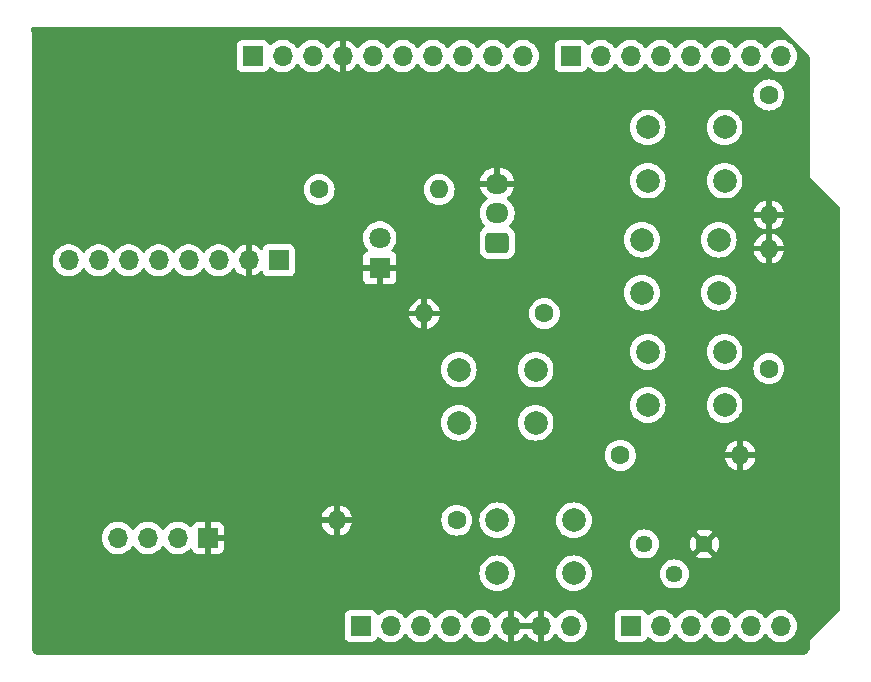
<source format=gbr>
%TF.GenerationSoftware,KiCad,Pcbnew,8.0.8*%
%TF.CreationDate,2025-02-03T18:19:12-07:00*%
%TF.ProjectId,project1,70726f6a-6563-4743-912e-6b696361645f,rev?*%
%TF.SameCoordinates,Original*%
%TF.FileFunction,Copper,L2,Bot*%
%TF.FilePolarity,Positive*%
%FSLAX46Y46*%
G04 Gerber Fmt 4.6, Leading zero omitted, Abs format (unit mm)*
G04 Created by KiCad (PCBNEW 8.0.8) date 2025-02-03 18:19:12*
%MOMM*%
%LPD*%
G01*
G04 APERTURE LIST*
G04 Aperture macros list*
%AMRoundRect*
0 Rectangle with rounded corners*
0 $1 Rounding radius*
0 $2 $3 $4 $5 $6 $7 $8 $9 X,Y pos of 4 corners*
0 Add a 4 corners polygon primitive as box body*
4,1,4,$2,$3,$4,$5,$6,$7,$8,$9,$2,$3,0*
0 Add four circle primitives for the rounded corners*
1,1,$1+$1,$2,$3*
1,1,$1+$1,$4,$5*
1,1,$1+$1,$6,$7*
1,1,$1+$1,$8,$9*
0 Add four rect primitives between the rounded corners*
20,1,$1+$1,$2,$3,$4,$5,0*
20,1,$1+$1,$4,$5,$6,$7,0*
20,1,$1+$1,$6,$7,$8,$9,0*
20,1,$1+$1,$8,$9,$2,$3,0*%
G04 Aperture macros list end*
%TA.AperFunction,ComponentPad*%
%ADD10R,1.700000X1.700000*%
%TD*%
%TA.AperFunction,ComponentPad*%
%ADD11O,1.700000X1.700000*%
%TD*%
%TA.AperFunction,ComponentPad*%
%ADD12C,2.000000*%
%TD*%
%TA.AperFunction,ComponentPad*%
%ADD13C,1.600000*%
%TD*%
%TA.AperFunction,ComponentPad*%
%ADD14O,1.600000X1.600000*%
%TD*%
%TA.AperFunction,ComponentPad*%
%ADD15RoundRect,0.250000X0.725000X-0.600000X0.725000X0.600000X-0.725000X0.600000X-0.725000X-0.600000X0*%
%TD*%
%TA.AperFunction,ComponentPad*%
%ADD16O,1.950000X1.700000*%
%TD*%
%TA.AperFunction,ComponentPad*%
%ADD17C,1.440000*%
%TD*%
%TA.AperFunction,ComponentPad*%
%ADD18R,1.800000X1.800000*%
%TD*%
%TA.AperFunction,ComponentPad*%
%ADD19C,1.800000*%
%TD*%
G04 APERTURE END LIST*
D10*
%TO.P,J1,1,Pin_1*%
%TO.N,unconnected-(J1-Pin_1-Pad1)*%
X127940000Y-97460000D03*
D11*
%TO.P,J1,2,Pin_2*%
%TO.N,/IOREF*%
X130480000Y-97460000D03*
%TO.P,J1,3,Pin_3*%
%TO.N,/~{RESET}*%
X133020000Y-97460000D03*
%TO.P,J1,4,Pin_4*%
%TO.N,+3V3*%
X135560000Y-97460000D03*
%TO.P,J1,5,Pin_5*%
%TO.N,+5V*%
X138100000Y-97460000D03*
%TO.P,J1,6,Pin_6*%
%TO.N,GND*%
X140640000Y-97460000D03*
%TO.P,J1,7,Pin_7*%
X143180000Y-97460000D03*
%TO.P,J1,8,Pin_8*%
%TO.N,VCC*%
X145720000Y-97460000D03*
%TD*%
D10*
%TO.P,J3,1,Pin_1*%
%TO.N,/temp_sensor*%
X150800000Y-97460000D03*
D11*
%TO.P,J3,2,Pin_2*%
%TO.N,/A1*%
X153340000Y-97460000D03*
%TO.P,J3,3,Pin_3*%
%TO.N,/A2*%
X155880000Y-97460000D03*
%TO.P,J3,4,Pin_4*%
%TO.N,/A3*%
X158420000Y-97460000D03*
%TO.P,J3,5,Pin_5*%
%TO.N,/SDA{slash}A4*%
X160960000Y-97460000D03*
%TO.P,J3,6,Pin_6*%
%TO.N,/SCL{slash}A5*%
X163500000Y-97460000D03*
%TD*%
D10*
%TO.P,J2,1,Pin_1*%
%TO.N,/I2C_SDA*%
X118796000Y-49200000D03*
D11*
%TO.P,J2,2,Pin_2*%
%TO.N,/I2C_SCL*%
X121336000Y-49200000D03*
%TO.P,J2,3,Pin_3*%
%TO.N,/AREF*%
X123876000Y-49200000D03*
%TO.P,J2,4,Pin_4*%
%TO.N,GND*%
X126416000Y-49200000D03*
%TO.P,J2,5,Pin_5*%
%TO.N,/13*%
X128956000Y-49200000D03*
%TO.P,J2,6,Pin_6*%
%TO.N,/12*%
X131496000Y-49200000D03*
%TO.P,J2,7,Pin_7*%
%TO.N,/\u002A11*%
X134036000Y-49200000D03*
%TO.P,J2,8,Pin_8*%
%TO.N,/\u002A10*%
X136576000Y-49200000D03*
%TO.P,J2,9,Pin_9*%
%TO.N,/led_light*%
X139116000Y-49200000D03*
%TO.P,J2,10,Pin_10*%
%TO.N,/temp_digital*%
X141656000Y-49200000D03*
%TD*%
D10*
%TO.P,J4,1,Pin_1*%
%TO.N,/7*%
X145720000Y-49200000D03*
D11*
%TO.P,J4,2,Pin_2*%
%TO.N,/button_lock*%
X148260000Y-49200000D03*
%TO.P,J4,3,Pin_3*%
%TO.N,/button_light*%
X150800000Y-49200000D03*
%TO.P,J4,4,Pin_4*%
%TO.N,/button_units*%
X153340000Y-49200000D03*
%TO.P,J4,5,Pin_5*%
%TO.N,/button_cal*%
X155880000Y-49200000D03*
%TO.P,J4,6,Pin_6*%
%TO.N,/button_onoff*%
X158420000Y-49200000D03*
%TO.P,J4,7,Pin_7*%
%TO.N,/TX{slash}1*%
X160960000Y-49200000D03*
%TO.P,J4,8,Pin_8*%
%TO.N,/RX{slash}0*%
X163500000Y-49200000D03*
%TD*%
D12*
%TO.P,SW1,1,A*%
%TO.N,/button_onoff*%
X152250000Y-55250000D03*
X158750000Y-55250000D03*
%TO.P,SW1,2,B*%
%TO.N,+5V*%
X152250000Y-59750000D03*
X158750000Y-59750000D03*
%TD*%
%TO.P,SW2,1,A*%
%TO.N,/button_units*%
X158250000Y-69250000D03*
X151750000Y-69250000D03*
%TO.P,SW2,2,B*%
%TO.N,+5V*%
X158250000Y-64750000D03*
X151750000Y-64750000D03*
%TD*%
D13*
%TO.P,R6,1*%
%TO.N,Net-(D1-A)*%
X124420000Y-60500000D03*
D14*
%TO.P,R6,2*%
%TO.N,/led_light*%
X134580000Y-60500000D03*
%TD*%
D13*
%TO.P,R5,1*%
%TO.N,/button_light*%
X136080000Y-88500000D03*
D14*
%TO.P,R5,2*%
%TO.N,GND*%
X125920000Y-88500000D03*
%TD*%
D13*
%TO.P,R4,1*%
%TO.N,/button_lock*%
X143500000Y-71000000D03*
D14*
%TO.P,R4,2*%
%TO.N,GND*%
X133340000Y-71000000D03*
%TD*%
D13*
%TO.P,R1,1*%
%TO.N,/button_onoff*%
X162500000Y-52500000D03*
D14*
%TO.P,R1,2*%
%TO.N,GND*%
X162500000Y-62660000D03*
%TD*%
D13*
%TO.P,R3,1*%
%TO.N,/button_cal*%
X149920000Y-83000000D03*
D14*
%TO.P,R3,2*%
%TO.N,GND*%
X160080000Y-83000000D03*
%TD*%
D12*
%TO.P,SW4,1,A*%
%TO.N,/button_lock*%
X142750000Y-80250000D03*
X136250000Y-80250000D03*
%TO.P,SW4,2,B*%
%TO.N,+5V*%
X142750000Y-75750000D03*
X136250000Y-75750000D03*
%TD*%
%TO.P,SW3,1,A*%
%TO.N,/button_cal*%
X152250000Y-74250000D03*
X158750000Y-74250000D03*
%TO.P,SW3,2,B*%
%TO.N,+5V*%
X152250000Y-78750000D03*
X158750000Y-78750000D03*
%TD*%
D10*
%TO.P,J5,1,Pin_1*%
%TO.N,+5V*%
X121000000Y-66500000D03*
D11*
%TO.P,J5,2,Pin_2*%
%TO.N,GND*%
X118460000Y-66500000D03*
%TO.P,J5,3,Pin_3*%
%TO.N,/I2C_SCL*%
X115920000Y-66500000D03*
%TO.P,J5,4,Pin_4*%
%TO.N,/I2C_SDA*%
X113380000Y-66500000D03*
%TO.P,J5,5,Pin_5*%
%TO.N,unconnected-(J5-Pin_5-Pad5)*%
X110840000Y-66500000D03*
%TO.P,J5,6,Pin_6*%
%TO.N,unconnected-(J5-Pin_6-Pad6)*%
X108300000Y-66500000D03*
%TO.P,J5,7,Pin_7*%
%TO.N,unconnected-(J5-Pin_7-Pad7)*%
X105760000Y-66500000D03*
%TO.P,J5,8,Pin_8*%
%TO.N,unconnected-(J5-Pin_8-Pad8)*%
X103220000Y-66500000D03*
%TD*%
D13*
%TO.P,R2,1*%
%TO.N,/button_units*%
X162500000Y-75660000D03*
D14*
%TO.P,R2,2*%
%TO.N,GND*%
X162500000Y-65500000D03*
%TD*%
D15*
%TO.P,J7,1,Pin_1*%
%TO.N,+5V*%
X139500000Y-65000000D03*
D16*
%TO.P,J7,2,Pin_2*%
%TO.N,/temp_digital*%
X139500000Y-62500000D03*
%TO.P,J7,3,Pin_3*%
%TO.N,GND*%
X139500000Y-60000000D03*
%TD*%
D17*
%TO.P,RV1,1,1*%
%TO.N,+5V*%
X151960000Y-90515000D03*
%TO.P,RV1,2,2*%
%TO.N,/temp_sensor*%
X154500000Y-93055000D03*
%TO.P,RV1,3,3*%
%TO.N,GND*%
X157040000Y-90515000D03*
%TD*%
D12*
%TO.P,SW5,1,A*%
%TO.N,/button_light*%
X139500000Y-88500000D03*
X146000000Y-88500000D03*
%TO.P,SW5,2,B*%
%TO.N,+5V*%
X139500000Y-93000000D03*
X146000000Y-93000000D03*
%TD*%
D10*
%TO.P,J6,1,Pin_1*%
%TO.N,GND*%
X115000000Y-90000000D03*
D11*
%TO.P,J6,2,Pin_2*%
%TO.N,+5V*%
X112460000Y-90000000D03*
%TO.P,J6,3,Pin_3*%
%TO.N,/I2C_SCL*%
X109920000Y-90000000D03*
%TO.P,J6,4,Pin_4*%
%TO.N,/I2C_SDA*%
X107380000Y-90000000D03*
%TD*%
D18*
%TO.P,D1,1,K*%
%TO.N,GND*%
X129560000Y-67140000D03*
D19*
%TO.P,D1,2,A*%
%TO.N,Net-(D1-A)*%
X129560000Y-64600000D03*
%TD*%
%TA.AperFunction,Conductor*%
%TO.N,GND*%
G36*
X142714075Y-97267007D02*
G01*
X142680000Y-97394174D01*
X142680000Y-97525826D01*
X142714075Y-97652993D01*
X142746988Y-97710000D01*
X141073012Y-97710000D01*
X141105925Y-97652993D01*
X141140000Y-97525826D01*
X141140000Y-97394174D01*
X141105925Y-97267007D01*
X141073012Y-97210000D01*
X142746988Y-97210000D01*
X142714075Y-97267007D01*
G37*
%TD.AperFunction*%
%TA.AperFunction,Conductor*%
G36*
X163484404Y-46755185D02*
G01*
X163505046Y-46771819D01*
X165928181Y-49194954D01*
X165961666Y-49256277D01*
X165964500Y-49282635D01*
X165964500Y-59344982D01*
X165964500Y-59375018D01*
X165975994Y-59402767D01*
X165975995Y-59402768D01*
X168468181Y-61894954D01*
X168501666Y-61956277D01*
X168504500Y-61982635D01*
X168504500Y-96107364D01*
X168484815Y-96174403D01*
X168468181Y-96195045D01*
X165997233Y-98665994D01*
X165975995Y-98687231D01*
X165964500Y-98714982D01*
X165964500Y-99231907D01*
X165963903Y-99244062D01*
X165952505Y-99359778D01*
X165947763Y-99383618D01*
X165917832Y-99482290D01*
X165915789Y-99489024D01*
X165906486Y-99511482D01*
X165854561Y-99608627D01*
X165841056Y-99628839D01*
X165771176Y-99713988D01*
X165753988Y-99731176D01*
X165668839Y-99801056D01*
X165648627Y-99814561D01*
X165551482Y-99866486D01*
X165529028Y-99875787D01*
X165487028Y-99888528D01*
X165423618Y-99907763D01*
X165399778Y-99912505D01*
X165291162Y-99923203D01*
X165284060Y-99923903D01*
X165271907Y-99924500D01*
X100768093Y-99924500D01*
X100755939Y-99923903D01*
X100747995Y-99923120D01*
X100640221Y-99912505D01*
X100616381Y-99907763D01*
X100599445Y-99902625D01*
X100510968Y-99875786D01*
X100488517Y-99866486D01*
X100391372Y-99814561D01*
X100371160Y-99801056D01*
X100286011Y-99731176D01*
X100268823Y-99713988D01*
X100198943Y-99628839D01*
X100185438Y-99608627D01*
X100133510Y-99511476D01*
X100124215Y-99489037D01*
X100092234Y-99383612D01*
X100087494Y-99359777D01*
X100076097Y-99244061D01*
X100075500Y-99231907D01*
X100075500Y-96561345D01*
X126581500Y-96561345D01*
X126581500Y-98358654D01*
X126588011Y-98419202D01*
X126588011Y-98419204D01*
X126639111Y-98556204D01*
X126726739Y-98673261D01*
X126843796Y-98760889D01*
X126980799Y-98811989D01*
X127008050Y-98814918D01*
X127041345Y-98818499D01*
X127041362Y-98818500D01*
X128838638Y-98818500D01*
X128838654Y-98818499D01*
X128865692Y-98815591D01*
X128899201Y-98811989D01*
X129036204Y-98760889D01*
X129153261Y-98673261D01*
X129240889Y-98556204D01*
X129286138Y-98434887D01*
X129328009Y-98378956D01*
X129393474Y-98354539D01*
X129461746Y-98369391D01*
X129493545Y-98394236D01*
X129556760Y-98462906D01*
X129734424Y-98601189D01*
X129734425Y-98601189D01*
X129734427Y-98601191D01*
X129861135Y-98669761D01*
X129932426Y-98708342D01*
X130145365Y-98781444D01*
X130367431Y-98818500D01*
X130592569Y-98818500D01*
X130814635Y-98781444D01*
X131027574Y-98708342D01*
X131225576Y-98601189D01*
X131403240Y-98462906D01*
X131524594Y-98331082D01*
X131555715Y-98297276D01*
X131555715Y-98297275D01*
X131555722Y-98297268D01*
X131646193Y-98158790D01*
X131699338Y-98113437D01*
X131768569Y-98104013D01*
X131831905Y-98133515D01*
X131853804Y-98158787D01*
X131944278Y-98297268D01*
X131944283Y-98297273D01*
X131944284Y-98297276D01*
X132070968Y-98434889D01*
X132096760Y-98462906D01*
X132274424Y-98601189D01*
X132274425Y-98601189D01*
X132274427Y-98601191D01*
X132401135Y-98669761D01*
X132472426Y-98708342D01*
X132685365Y-98781444D01*
X132907431Y-98818500D01*
X133132569Y-98818500D01*
X133354635Y-98781444D01*
X133567574Y-98708342D01*
X133765576Y-98601189D01*
X133943240Y-98462906D01*
X134064594Y-98331082D01*
X134095715Y-98297276D01*
X134095715Y-98297275D01*
X134095722Y-98297268D01*
X134186193Y-98158790D01*
X134239338Y-98113437D01*
X134308569Y-98104013D01*
X134371905Y-98133515D01*
X134393804Y-98158787D01*
X134484278Y-98297268D01*
X134484283Y-98297273D01*
X134484284Y-98297276D01*
X134610968Y-98434889D01*
X134636760Y-98462906D01*
X134814424Y-98601189D01*
X134814425Y-98601189D01*
X134814427Y-98601191D01*
X134941135Y-98669761D01*
X135012426Y-98708342D01*
X135225365Y-98781444D01*
X135447431Y-98818500D01*
X135672569Y-98818500D01*
X135894635Y-98781444D01*
X136107574Y-98708342D01*
X136305576Y-98601189D01*
X136483240Y-98462906D01*
X136604594Y-98331082D01*
X136635715Y-98297276D01*
X136635715Y-98297275D01*
X136635722Y-98297268D01*
X136726193Y-98158790D01*
X136779338Y-98113437D01*
X136848569Y-98104013D01*
X136911905Y-98133515D01*
X136933804Y-98158787D01*
X137024278Y-98297268D01*
X137024283Y-98297273D01*
X137024284Y-98297276D01*
X137150968Y-98434889D01*
X137176760Y-98462906D01*
X137354424Y-98601189D01*
X137354425Y-98601189D01*
X137354427Y-98601191D01*
X137481135Y-98669761D01*
X137552426Y-98708342D01*
X137765365Y-98781444D01*
X137987431Y-98818500D01*
X138212569Y-98818500D01*
X138434635Y-98781444D01*
X138647574Y-98708342D01*
X138845576Y-98601189D01*
X139023240Y-98462906D01*
X139144594Y-98331082D01*
X139175715Y-98297276D01*
X139175715Y-98297275D01*
X139175722Y-98297268D01*
X139269749Y-98153347D01*
X139322894Y-98107994D01*
X139392125Y-98098570D01*
X139455461Y-98128072D01*
X139475130Y-98150048D01*
X139601890Y-98331078D01*
X139768917Y-98498105D01*
X139962421Y-98633600D01*
X140176507Y-98733429D01*
X140176516Y-98733433D01*
X140390000Y-98790634D01*
X140390000Y-97893012D01*
X140447007Y-97925925D01*
X140574174Y-97960000D01*
X140705826Y-97960000D01*
X140832993Y-97925925D01*
X140890000Y-97893012D01*
X140890000Y-98790633D01*
X141103483Y-98733433D01*
X141103492Y-98733429D01*
X141317578Y-98633600D01*
X141511082Y-98498105D01*
X141678105Y-98331082D01*
X141808425Y-98144968D01*
X141863002Y-98101344D01*
X141932501Y-98094151D01*
X141994855Y-98125673D01*
X142011575Y-98144968D01*
X142141894Y-98331082D01*
X142308917Y-98498105D01*
X142502421Y-98633600D01*
X142716507Y-98733429D01*
X142716516Y-98733433D01*
X142930000Y-98790634D01*
X142930000Y-97893012D01*
X142987007Y-97925925D01*
X143114174Y-97960000D01*
X143245826Y-97960000D01*
X143372993Y-97925925D01*
X143430000Y-97893012D01*
X143430000Y-98790633D01*
X143643483Y-98733433D01*
X143643492Y-98733429D01*
X143857578Y-98633600D01*
X144051082Y-98498105D01*
X144218105Y-98331082D01*
X144344868Y-98150048D01*
X144399445Y-98106423D01*
X144468944Y-98099231D01*
X144531298Y-98130753D01*
X144550251Y-98153350D01*
X144644276Y-98297265D01*
X144644284Y-98297276D01*
X144770968Y-98434889D01*
X144796760Y-98462906D01*
X144974424Y-98601189D01*
X144974425Y-98601189D01*
X144974427Y-98601191D01*
X145101135Y-98669761D01*
X145172426Y-98708342D01*
X145385365Y-98781444D01*
X145607431Y-98818500D01*
X145832569Y-98818500D01*
X146054635Y-98781444D01*
X146267574Y-98708342D01*
X146465576Y-98601189D01*
X146643240Y-98462906D01*
X146764594Y-98331082D01*
X146795715Y-98297276D01*
X146795717Y-98297273D01*
X146795722Y-98297268D01*
X146918860Y-98108791D01*
X147009296Y-97902616D01*
X147064564Y-97684368D01*
X147067164Y-97652993D01*
X147083156Y-97460005D01*
X147083156Y-97459994D01*
X147064565Y-97235640D01*
X147064563Y-97235628D01*
X147009296Y-97017385D01*
X146999071Y-96994075D01*
X146918860Y-96811209D01*
X146902706Y-96786484D01*
X146795723Y-96622734D01*
X146795715Y-96622723D01*
X146739212Y-96561345D01*
X149441500Y-96561345D01*
X149441500Y-98358654D01*
X149448011Y-98419202D01*
X149448011Y-98419204D01*
X149499111Y-98556204D01*
X149586739Y-98673261D01*
X149703796Y-98760889D01*
X149840799Y-98811989D01*
X149868050Y-98814918D01*
X149901345Y-98818499D01*
X149901362Y-98818500D01*
X151698638Y-98818500D01*
X151698654Y-98818499D01*
X151725692Y-98815591D01*
X151759201Y-98811989D01*
X151896204Y-98760889D01*
X152013261Y-98673261D01*
X152100889Y-98556204D01*
X152146138Y-98434887D01*
X152188009Y-98378956D01*
X152253474Y-98354539D01*
X152321746Y-98369391D01*
X152353545Y-98394236D01*
X152416760Y-98462906D01*
X152594424Y-98601189D01*
X152594425Y-98601189D01*
X152594427Y-98601191D01*
X152721135Y-98669761D01*
X152792426Y-98708342D01*
X153005365Y-98781444D01*
X153227431Y-98818500D01*
X153452569Y-98818500D01*
X153674635Y-98781444D01*
X153887574Y-98708342D01*
X154085576Y-98601189D01*
X154263240Y-98462906D01*
X154384594Y-98331082D01*
X154415715Y-98297276D01*
X154415715Y-98297275D01*
X154415722Y-98297268D01*
X154506193Y-98158790D01*
X154559338Y-98113437D01*
X154628569Y-98104013D01*
X154691905Y-98133515D01*
X154713804Y-98158787D01*
X154804278Y-98297268D01*
X154804283Y-98297273D01*
X154804284Y-98297276D01*
X154930968Y-98434889D01*
X154956760Y-98462906D01*
X155134424Y-98601189D01*
X155134425Y-98601189D01*
X155134427Y-98601191D01*
X155261135Y-98669761D01*
X155332426Y-98708342D01*
X155545365Y-98781444D01*
X155767431Y-98818500D01*
X155992569Y-98818500D01*
X156214635Y-98781444D01*
X156427574Y-98708342D01*
X156625576Y-98601189D01*
X156803240Y-98462906D01*
X156924594Y-98331082D01*
X156955715Y-98297276D01*
X156955715Y-98297275D01*
X156955722Y-98297268D01*
X157046193Y-98158790D01*
X157099338Y-98113437D01*
X157168569Y-98104013D01*
X157231905Y-98133515D01*
X157253804Y-98158787D01*
X157344278Y-98297268D01*
X157344283Y-98297273D01*
X157344284Y-98297276D01*
X157470968Y-98434889D01*
X157496760Y-98462906D01*
X157674424Y-98601189D01*
X157674425Y-98601189D01*
X157674427Y-98601191D01*
X157801135Y-98669761D01*
X157872426Y-98708342D01*
X158085365Y-98781444D01*
X158307431Y-98818500D01*
X158532569Y-98818500D01*
X158754635Y-98781444D01*
X158967574Y-98708342D01*
X159165576Y-98601189D01*
X159343240Y-98462906D01*
X159464594Y-98331082D01*
X159495715Y-98297276D01*
X159495715Y-98297275D01*
X159495722Y-98297268D01*
X159586193Y-98158790D01*
X159639338Y-98113437D01*
X159708569Y-98104013D01*
X159771905Y-98133515D01*
X159793804Y-98158787D01*
X159884278Y-98297268D01*
X159884283Y-98297273D01*
X159884284Y-98297276D01*
X160010968Y-98434889D01*
X160036760Y-98462906D01*
X160214424Y-98601189D01*
X160214425Y-98601189D01*
X160214427Y-98601191D01*
X160341135Y-98669761D01*
X160412426Y-98708342D01*
X160625365Y-98781444D01*
X160847431Y-98818500D01*
X161072569Y-98818500D01*
X161294635Y-98781444D01*
X161507574Y-98708342D01*
X161705576Y-98601189D01*
X161883240Y-98462906D01*
X162004594Y-98331082D01*
X162035715Y-98297276D01*
X162035715Y-98297275D01*
X162035722Y-98297268D01*
X162126193Y-98158790D01*
X162179338Y-98113437D01*
X162248569Y-98104013D01*
X162311905Y-98133515D01*
X162333804Y-98158787D01*
X162424278Y-98297268D01*
X162424283Y-98297273D01*
X162424284Y-98297276D01*
X162550968Y-98434889D01*
X162576760Y-98462906D01*
X162754424Y-98601189D01*
X162754425Y-98601189D01*
X162754427Y-98601191D01*
X162881135Y-98669761D01*
X162952426Y-98708342D01*
X163165365Y-98781444D01*
X163387431Y-98818500D01*
X163612569Y-98818500D01*
X163834635Y-98781444D01*
X164047574Y-98708342D01*
X164245576Y-98601189D01*
X164423240Y-98462906D01*
X164544594Y-98331082D01*
X164575715Y-98297276D01*
X164575717Y-98297273D01*
X164575722Y-98297268D01*
X164698860Y-98108791D01*
X164789296Y-97902616D01*
X164844564Y-97684368D01*
X164847164Y-97652993D01*
X164863156Y-97460005D01*
X164863156Y-97459994D01*
X164844565Y-97235640D01*
X164844563Y-97235628D01*
X164789296Y-97017385D01*
X164779071Y-96994075D01*
X164698860Y-96811209D01*
X164682706Y-96786484D01*
X164575723Y-96622734D01*
X164575715Y-96622723D01*
X164423243Y-96457097D01*
X164423238Y-96457092D01*
X164245577Y-96318812D01*
X164245572Y-96318808D01*
X164047580Y-96211661D01*
X164047577Y-96211659D01*
X164047574Y-96211658D01*
X164047571Y-96211657D01*
X164047569Y-96211656D01*
X163834637Y-96138556D01*
X163612569Y-96101500D01*
X163387431Y-96101500D01*
X163165362Y-96138556D01*
X162952430Y-96211656D01*
X162952419Y-96211661D01*
X162754427Y-96318808D01*
X162754422Y-96318812D01*
X162576761Y-96457092D01*
X162576756Y-96457097D01*
X162424284Y-96622723D01*
X162424276Y-96622734D01*
X162333808Y-96761206D01*
X162280662Y-96806562D01*
X162211431Y-96815986D01*
X162148095Y-96786484D01*
X162126192Y-96761206D01*
X162035723Y-96622734D01*
X162035715Y-96622723D01*
X161883243Y-96457097D01*
X161883238Y-96457092D01*
X161705577Y-96318812D01*
X161705572Y-96318808D01*
X161507580Y-96211661D01*
X161507577Y-96211659D01*
X161507574Y-96211658D01*
X161507571Y-96211657D01*
X161507569Y-96211656D01*
X161294637Y-96138556D01*
X161072569Y-96101500D01*
X160847431Y-96101500D01*
X160625362Y-96138556D01*
X160412430Y-96211656D01*
X160412419Y-96211661D01*
X160214427Y-96318808D01*
X160214422Y-96318812D01*
X160036761Y-96457092D01*
X160036756Y-96457097D01*
X159884284Y-96622723D01*
X159884276Y-96622734D01*
X159793808Y-96761206D01*
X159740662Y-96806562D01*
X159671431Y-96815986D01*
X159608095Y-96786484D01*
X159586192Y-96761206D01*
X159495723Y-96622734D01*
X159495715Y-96622723D01*
X159343243Y-96457097D01*
X159343238Y-96457092D01*
X159165577Y-96318812D01*
X159165572Y-96318808D01*
X158967580Y-96211661D01*
X158967577Y-96211659D01*
X158967574Y-96211658D01*
X158967571Y-96211657D01*
X158967569Y-96211656D01*
X158754637Y-96138556D01*
X158532569Y-96101500D01*
X158307431Y-96101500D01*
X158085362Y-96138556D01*
X157872430Y-96211656D01*
X157872419Y-96211661D01*
X157674427Y-96318808D01*
X157674422Y-96318812D01*
X157496761Y-96457092D01*
X157496756Y-96457097D01*
X157344284Y-96622723D01*
X157344276Y-96622734D01*
X157253808Y-96761206D01*
X157200662Y-96806562D01*
X157131431Y-96815986D01*
X157068095Y-96786484D01*
X157046192Y-96761206D01*
X156955723Y-96622734D01*
X156955715Y-96622723D01*
X156803243Y-96457097D01*
X156803238Y-96457092D01*
X156625577Y-96318812D01*
X156625572Y-96318808D01*
X156427580Y-96211661D01*
X156427577Y-96211659D01*
X156427574Y-96211658D01*
X156427571Y-96211657D01*
X156427569Y-96211656D01*
X156214637Y-96138556D01*
X155992569Y-96101500D01*
X155767431Y-96101500D01*
X155545362Y-96138556D01*
X155332430Y-96211656D01*
X155332419Y-96211661D01*
X155134427Y-96318808D01*
X155134422Y-96318812D01*
X154956761Y-96457092D01*
X154956756Y-96457097D01*
X154804284Y-96622723D01*
X154804276Y-96622734D01*
X154713808Y-96761206D01*
X154660662Y-96806562D01*
X154591431Y-96815986D01*
X154528095Y-96786484D01*
X154506192Y-96761206D01*
X154415723Y-96622734D01*
X154415715Y-96622723D01*
X154263243Y-96457097D01*
X154263238Y-96457092D01*
X154085577Y-96318812D01*
X154085572Y-96318808D01*
X153887580Y-96211661D01*
X153887577Y-96211659D01*
X153887574Y-96211658D01*
X153887571Y-96211657D01*
X153887569Y-96211656D01*
X153674637Y-96138556D01*
X153452569Y-96101500D01*
X153227431Y-96101500D01*
X153005362Y-96138556D01*
X152792430Y-96211656D01*
X152792419Y-96211661D01*
X152594427Y-96318808D01*
X152594422Y-96318812D01*
X152416761Y-96457092D01*
X152353548Y-96525760D01*
X152293661Y-96561750D01*
X152223823Y-96559649D01*
X152166207Y-96520124D01*
X152146138Y-96485110D01*
X152100889Y-96363796D01*
X152067214Y-96318812D01*
X152013261Y-96246739D01*
X151896204Y-96159111D01*
X151895172Y-96158726D01*
X151759203Y-96108011D01*
X151698654Y-96101500D01*
X151698638Y-96101500D01*
X149901362Y-96101500D01*
X149901345Y-96101500D01*
X149840797Y-96108011D01*
X149840795Y-96108011D01*
X149703795Y-96159111D01*
X149586739Y-96246739D01*
X149499111Y-96363795D01*
X149448011Y-96500795D01*
X149448011Y-96500797D01*
X149441500Y-96561345D01*
X146739212Y-96561345D01*
X146643243Y-96457097D01*
X146643238Y-96457092D01*
X146465577Y-96318812D01*
X146465572Y-96318808D01*
X146267580Y-96211661D01*
X146267577Y-96211659D01*
X146267574Y-96211658D01*
X146267571Y-96211657D01*
X146267569Y-96211656D01*
X146054637Y-96138556D01*
X145832569Y-96101500D01*
X145607431Y-96101500D01*
X145385362Y-96138556D01*
X145172430Y-96211656D01*
X145172419Y-96211661D01*
X144974427Y-96318808D01*
X144974422Y-96318812D01*
X144796761Y-96457092D01*
X144796756Y-96457097D01*
X144644284Y-96622723D01*
X144644276Y-96622734D01*
X144550251Y-96766650D01*
X144497105Y-96812007D01*
X144427873Y-96821430D01*
X144364538Y-96791928D01*
X144344868Y-96769951D01*
X144218113Y-96588926D01*
X144218108Y-96588920D01*
X144051082Y-96421894D01*
X143857578Y-96286399D01*
X143643492Y-96186570D01*
X143643486Y-96186567D01*
X143430000Y-96129364D01*
X143430000Y-97026988D01*
X143372993Y-96994075D01*
X143245826Y-96960000D01*
X143114174Y-96960000D01*
X142987007Y-96994075D01*
X142930000Y-97026988D01*
X142930000Y-96129364D01*
X142929999Y-96129364D01*
X142716513Y-96186567D01*
X142716507Y-96186570D01*
X142502422Y-96286399D01*
X142502420Y-96286400D01*
X142308926Y-96421886D01*
X142308920Y-96421891D01*
X142141891Y-96588920D01*
X142141890Y-96588922D01*
X142011575Y-96775031D01*
X141956998Y-96818655D01*
X141887499Y-96825848D01*
X141825145Y-96794326D01*
X141808425Y-96775031D01*
X141678109Y-96588922D01*
X141678108Y-96588920D01*
X141511082Y-96421894D01*
X141317578Y-96286399D01*
X141103492Y-96186570D01*
X141103486Y-96186567D01*
X140890000Y-96129364D01*
X140890000Y-97026988D01*
X140832993Y-96994075D01*
X140705826Y-96960000D01*
X140574174Y-96960000D01*
X140447007Y-96994075D01*
X140390000Y-97026988D01*
X140390000Y-96129364D01*
X140389999Y-96129364D01*
X140176513Y-96186567D01*
X140176507Y-96186570D01*
X139962422Y-96286399D01*
X139962420Y-96286400D01*
X139768926Y-96421886D01*
X139768920Y-96421891D01*
X139601891Y-96588920D01*
X139601890Y-96588922D01*
X139475131Y-96769952D01*
X139420554Y-96813577D01*
X139351055Y-96820769D01*
X139288701Y-96789247D01*
X139269752Y-96766656D01*
X139175722Y-96622732D01*
X139175715Y-96622725D01*
X139175715Y-96622723D01*
X139023243Y-96457097D01*
X139023238Y-96457092D01*
X138845577Y-96318812D01*
X138845572Y-96318808D01*
X138647580Y-96211661D01*
X138647577Y-96211659D01*
X138647574Y-96211658D01*
X138647571Y-96211657D01*
X138647569Y-96211656D01*
X138434637Y-96138556D01*
X138212569Y-96101500D01*
X137987431Y-96101500D01*
X137765362Y-96138556D01*
X137552430Y-96211656D01*
X137552419Y-96211661D01*
X137354427Y-96318808D01*
X137354422Y-96318812D01*
X137176761Y-96457092D01*
X137176756Y-96457097D01*
X137024284Y-96622723D01*
X137024276Y-96622734D01*
X136933808Y-96761206D01*
X136880662Y-96806562D01*
X136811431Y-96815986D01*
X136748095Y-96786484D01*
X136726192Y-96761206D01*
X136635723Y-96622734D01*
X136635715Y-96622723D01*
X136483243Y-96457097D01*
X136483238Y-96457092D01*
X136305577Y-96318812D01*
X136305572Y-96318808D01*
X136107580Y-96211661D01*
X136107577Y-96211659D01*
X136107574Y-96211658D01*
X136107571Y-96211657D01*
X136107569Y-96211656D01*
X135894637Y-96138556D01*
X135672569Y-96101500D01*
X135447431Y-96101500D01*
X135225362Y-96138556D01*
X135012430Y-96211656D01*
X135012419Y-96211661D01*
X134814427Y-96318808D01*
X134814422Y-96318812D01*
X134636761Y-96457092D01*
X134636756Y-96457097D01*
X134484284Y-96622723D01*
X134484276Y-96622734D01*
X134393808Y-96761206D01*
X134340662Y-96806562D01*
X134271431Y-96815986D01*
X134208095Y-96786484D01*
X134186192Y-96761206D01*
X134095723Y-96622734D01*
X134095715Y-96622723D01*
X133943243Y-96457097D01*
X133943238Y-96457092D01*
X133765577Y-96318812D01*
X133765572Y-96318808D01*
X133567580Y-96211661D01*
X133567577Y-96211659D01*
X133567574Y-96211658D01*
X133567571Y-96211657D01*
X133567569Y-96211656D01*
X133354637Y-96138556D01*
X133132569Y-96101500D01*
X132907431Y-96101500D01*
X132685362Y-96138556D01*
X132472430Y-96211656D01*
X132472419Y-96211661D01*
X132274427Y-96318808D01*
X132274422Y-96318812D01*
X132096761Y-96457092D01*
X132096756Y-96457097D01*
X131944284Y-96622723D01*
X131944276Y-96622734D01*
X131853808Y-96761206D01*
X131800662Y-96806562D01*
X131731431Y-96815986D01*
X131668095Y-96786484D01*
X131646192Y-96761206D01*
X131555723Y-96622734D01*
X131555715Y-96622723D01*
X131403243Y-96457097D01*
X131403238Y-96457092D01*
X131225577Y-96318812D01*
X131225572Y-96318808D01*
X131027580Y-96211661D01*
X131027577Y-96211659D01*
X131027574Y-96211658D01*
X131027571Y-96211657D01*
X131027569Y-96211656D01*
X130814637Y-96138556D01*
X130592569Y-96101500D01*
X130367431Y-96101500D01*
X130145362Y-96138556D01*
X129932430Y-96211656D01*
X129932419Y-96211661D01*
X129734427Y-96318808D01*
X129734422Y-96318812D01*
X129556761Y-96457092D01*
X129493548Y-96525760D01*
X129433661Y-96561750D01*
X129363823Y-96559649D01*
X129306207Y-96520124D01*
X129286138Y-96485110D01*
X129240889Y-96363796D01*
X129207214Y-96318812D01*
X129153261Y-96246739D01*
X129036204Y-96159111D01*
X129035172Y-96158726D01*
X128899203Y-96108011D01*
X128838654Y-96101500D01*
X128838638Y-96101500D01*
X127041362Y-96101500D01*
X127041345Y-96101500D01*
X126980797Y-96108011D01*
X126980795Y-96108011D01*
X126843795Y-96159111D01*
X126726739Y-96246739D01*
X126639111Y-96363795D01*
X126588011Y-96500795D01*
X126588011Y-96500797D01*
X126581500Y-96561345D01*
X100075500Y-96561345D01*
X100075500Y-93000000D01*
X137986835Y-93000000D01*
X138005465Y-93236714D01*
X138060895Y-93467595D01*
X138060895Y-93467597D01*
X138151757Y-93686959D01*
X138151759Y-93686962D01*
X138275820Y-93889410D01*
X138275821Y-93889413D01*
X138275824Y-93889416D01*
X138430031Y-94069969D01*
X138569797Y-94189340D01*
X138610586Y-94224178D01*
X138610588Y-94224178D01*
X138684477Y-94269458D01*
X138813037Y-94348240D01*
X138813040Y-94348242D01*
X139032403Y-94439104D01*
X139032404Y-94439104D01*
X139032406Y-94439105D01*
X139263289Y-94494535D01*
X139500000Y-94513165D01*
X139736711Y-94494535D01*
X139967594Y-94439105D01*
X139967596Y-94439104D01*
X139967597Y-94439104D01*
X140186959Y-94348242D01*
X140186960Y-94348241D01*
X140186963Y-94348240D01*
X140389416Y-94224176D01*
X140569969Y-94069969D01*
X140724176Y-93889416D01*
X140848240Y-93686963D01*
X140935302Y-93476777D01*
X140939104Y-93467597D01*
X140939104Y-93467596D01*
X140939105Y-93467594D01*
X140994535Y-93236711D01*
X141013165Y-93000000D01*
X144486835Y-93000000D01*
X144505465Y-93236714D01*
X144560895Y-93467595D01*
X144560895Y-93467597D01*
X144651757Y-93686959D01*
X144651759Y-93686962D01*
X144775820Y-93889410D01*
X144775821Y-93889413D01*
X144775824Y-93889416D01*
X144930031Y-94069969D01*
X145069797Y-94189340D01*
X145110586Y-94224178D01*
X145110588Y-94224178D01*
X145184477Y-94269458D01*
X145313037Y-94348240D01*
X145313040Y-94348242D01*
X145532403Y-94439104D01*
X145532404Y-94439104D01*
X145532406Y-94439105D01*
X145763289Y-94494535D01*
X146000000Y-94513165D01*
X146236711Y-94494535D01*
X146467594Y-94439105D01*
X146467596Y-94439104D01*
X146467597Y-94439104D01*
X146686959Y-94348242D01*
X146686960Y-94348241D01*
X146686963Y-94348240D01*
X146889416Y-94224176D01*
X147069969Y-94069969D01*
X147224176Y-93889416D01*
X147348240Y-93686963D01*
X147435302Y-93476777D01*
X147439104Y-93467597D01*
X147439104Y-93467596D01*
X147439105Y-93467594D01*
X147494535Y-93236711D01*
X147508836Y-93054998D01*
X153266807Y-93054998D01*
X153266807Y-93055001D01*
X153285541Y-93269136D01*
X153285542Y-93269144D01*
X153341176Y-93476772D01*
X153341177Y-93476774D01*
X153341178Y-93476777D01*
X153432024Y-93671597D01*
X153432026Y-93671601D01*
X153555319Y-93847682D01*
X153707317Y-93999680D01*
X153883398Y-94122973D01*
X153883400Y-94122974D01*
X153883403Y-94122976D01*
X154078223Y-94213822D01*
X154285858Y-94269458D01*
X154438816Y-94282840D01*
X154499998Y-94288193D01*
X154500000Y-94288193D01*
X154500002Y-94288193D01*
X154553535Y-94283509D01*
X154714142Y-94269458D01*
X154921777Y-94213822D01*
X155116597Y-94122976D01*
X155292681Y-93999681D01*
X155444681Y-93847681D01*
X155567976Y-93671597D01*
X155658822Y-93476777D01*
X155714458Y-93269142D01*
X155733193Y-93055000D01*
X155714458Y-92840858D01*
X155658822Y-92633223D01*
X155567976Y-92438404D01*
X155444681Y-92262319D01*
X155444679Y-92262316D01*
X155292682Y-92110319D01*
X155116601Y-91987026D01*
X155116597Y-91987024D01*
X155116595Y-91987023D01*
X154921777Y-91896178D01*
X154921774Y-91896177D01*
X154921772Y-91896176D01*
X154714144Y-91840542D01*
X154714136Y-91840541D01*
X154500002Y-91821807D01*
X154499998Y-91821807D01*
X154285863Y-91840541D01*
X154285855Y-91840542D01*
X154078227Y-91896176D01*
X154078221Y-91896179D01*
X153883405Y-91987023D01*
X153883403Y-91987024D01*
X153707316Y-92110320D01*
X153555320Y-92262316D01*
X153432024Y-92438403D01*
X153432023Y-92438405D01*
X153341179Y-92633221D01*
X153341176Y-92633227D01*
X153285542Y-92840855D01*
X153285541Y-92840863D01*
X153266807Y-93054998D01*
X147508836Y-93054998D01*
X147513165Y-93000000D01*
X147494535Y-92763289D01*
X147439105Y-92532406D01*
X147439104Y-92532403D01*
X147439104Y-92532402D01*
X147348242Y-92313040D01*
X147348240Y-92313037D01*
X147224179Y-92110589D01*
X147224178Y-92110586D01*
X147118647Y-91987026D01*
X147069969Y-91930031D01*
X146943255Y-91821807D01*
X146889413Y-91775821D01*
X146889410Y-91775820D01*
X146686962Y-91651759D01*
X146686959Y-91651757D01*
X146467596Y-91560895D01*
X146236714Y-91505465D01*
X146000000Y-91486835D01*
X145763285Y-91505465D01*
X145532404Y-91560895D01*
X145532402Y-91560895D01*
X145313040Y-91651757D01*
X145313037Y-91651759D01*
X145110589Y-91775820D01*
X145110586Y-91775821D01*
X144930031Y-91930031D01*
X144775821Y-92110586D01*
X144775820Y-92110589D01*
X144651759Y-92313037D01*
X144651757Y-92313040D01*
X144560895Y-92532402D01*
X144560895Y-92532404D01*
X144505465Y-92763285D01*
X144486835Y-93000000D01*
X141013165Y-93000000D01*
X140994535Y-92763289D01*
X140939105Y-92532406D01*
X140939104Y-92532403D01*
X140939104Y-92532402D01*
X140848242Y-92313040D01*
X140848240Y-92313037D01*
X140724179Y-92110589D01*
X140724178Y-92110586D01*
X140618647Y-91987026D01*
X140569969Y-91930031D01*
X140443255Y-91821807D01*
X140389413Y-91775821D01*
X140389410Y-91775820D01*
X140186962Y-91651759D01*
X140186959Y-91651757D01*
X139967596Y-91560895D01*
X139736714Y-91505465D01*
X139500000Y-91486835D01*
X139263285Y-91505465D01*
X139032404Y-91560895D01*
X139032402Y-91560895D01*
X138813040Y-91651757D01*
X138813037Y-91651759D01*
X138610589Y-91775820D01*
X138610586Y-91775821D01*
X138430031Y-91930031D01*
X138275821Y-92110586D01*
X138275820Y-92110589D01*
X138151759Y-92313037D01*
X138151757Y-92313040D01*
X138060895Y-92532402D01*
X138060895Y-92532404D01*
X138005465Y-92763285D01*
X137986835Y-93000000D01*
X100075500Y-93000000D01*
X100075500Y-89999994D01*
X106016844Y-89999994D01*
X106016844Y-90000005D01*
X106035434Y-90224359D01*
X106035436Y-90224371D01*
X106090703Y-90442614D01*
X106181140Y-90648792D01*
X106304276Y-90837265D01*
X106304284Y-90837276D01*
X106424513Y-90967877D01*
X106456760Y-91002906D01*
X106634424Y-91141189D01*
X106634425Y-91141189D01*
X106634427Y-91141191D01*
X106756378Y-91207187D01*
X106832426Y-91248342D01*
X107045365Y-91321444D01*
X107267431Y-91358500D01*
X107492569Y-91358500D01*
X107714635Y-91321444D01*
X107927574Y-91248342D01*
X108125576Y-91141189D01*
X108303240Y-91002906D01*
X108455722Y-90837268D01*
X108546193Y-90698790D01*
X108599338Y-90653437D01*
X108668569Y-90644013D01*
X108731905Y-90673515D01*
X108753804Y-90698787D01*
X108844278Y-90837268D01*
X108844283Y-90837273D01*
X108844284Y-90837276D01*
X108964513Y-90967877D01*
X108996760Y-91002906D01*
X109174424Y-91141189D01*
X109174425Y-91141189D01*
X109174427Y-91141191D01*
X109296378Y-91207187D01*
X109372426Y-91248342D01*
X109585365Y-91321444D01*
X109807431Y-91358500D01*
X110032569Y-91358500D01*
X110254635Y-91321444D01*
X110467574Y-91248342D01*
X110665576Y-91141189D01*
X110843240Y-91002906D01*
X110995722Y-90837268D01*
X111086193Y-90698790D01*
X111139338Y-90653437D01*
X111208569Y-90644013D01*
X111271905Y-90673515D01*
X111293804Y-90698787D01*
X111384278Y-90837268D01*
X111384283Y-90837273D01*
X111384284Y-90837276D01*
X111504513Y-90967877D01*
X111536760Y-91002906D01*
X111714424Y-91141189D01*
X111714425Y-91141189D01*
X111714427Y-91141191D01*
X111836378Y-91207187D01*
X111912426Y-91248342D01*
X112125365Y-91321444D01*
X112347431Y-91358500D01*
X112572569Y-91358500D01*
X112794635Y-91321444D01*
X113007574Y-91248342D01*
X113205576Y-91141189D01*
X113383240Y-91002906D01*
X113452908Y-90927226D01*
X113512793Y-90891237D01*
X113582631Y-90893337D01*
X113640247Y-90932860D01*
X113660318Y-90967877D01*
X113706645Y-91092086D01*
X113706649Y-91092093D01*
X113792809Y-91207187D01*
X113792812Y-91207190D01*
X113907906Y-91293350D01*
X113907913Y-91293354D01*
X114042620Y-91343596D01*
X114042627Y-91343598D01*
X114102155Y-91349999D01*
X114102172Y-91350000D01*
X114750000Y-91350000D01*
X114750000Y-90433012D01*
X114807007Y-90465925D01*
X114934174Y-90500000D01*
X115065826Y-90500000D01*
X115192993Y-90465925D01*
X115250000Y-90433012D01*
X115250000Y-91350000D01*
X115897828Y-91350000D01*
X115897844Y-91349999D01*
X115957372Y-91343598D01*
X115957379Y-91343596D01*
X116092086Y-91293354D01*
X116092093Y-91293350D01*
X116207187Y-91207190D01*
X116207190Y-91207187D01*
X116293350Y-91092093D01*
X116293354Y-91092086D01*
X116343596Y-90957379D01*
X116343598Y-90957372D01*
X116349999Y-90897844D01*
X116350000Y-90897827D01*
X116350000Y-90514998D01*
X150726807Y-90514998D01*
X150726807Y-90515001D01*
X150745541Y-90729136D01*
X150745542Y-90729144D01*
X150801176Y-90936772D01*
X150801177Y-90936774D01*
X150801178Y-90936777D01*
X150832015Y-91002907D01*
X150892024Y-91131597D01*
X150892026Y-91131601D01*
X151015319Y-91307682D01*
X151167317Y-91459680D01*
X151343398Y-91582973D01*
X151343400Y-91582974D01*
X151343403Y-91582976D01*
X151538223Y-91673822D01*
X151745858Y-91729458D01*
X151898816Y-91742840D01*
X151959998Y-91748193D01*
X151960000Y-91748193D01*
X151960002Y-91748193D01*
X152013535Y-91743509D01*
X152174142Y-91729458D01*
X152381777Y-91673822D01*
X152576597Y-91582976D01*
X152752681Y-91459681D01*
X152904681Y-91307681D01*
X153027976Y-91131597D01*
X153118822Y-90936777D01*
X153174458Y-90729142D01*
X153193193Y-90515000D01*
X153193193Y-90514997D01*
X155815340Y-90514997D01*
X155815340Y-90515002D01*
X155833944Y-90727654D01*
X155833945Y-90727662D01*
X155889194Y-90933853D01*
X155889197Y-90933859D01*
X155979413Y-91127329D01*
X156018415Y-91183030D01*
X156640000Y-90561445D01*
X156640000Y-90567661D01*
X156667259Y-90669394D01*
X156719920Y-90760606D01*
X156794394Y-90835080D01*
X156885606Y-90887741D01*
X156987339Y-90915000D01*
X156993554Y-90915000D01*
X156371968Y-91536584D01*
X156427663Y-91575582D01*
X156427669Y-91575586D01*
X156621140Y-91665802D01*
X156621146Y-91665805D01*
X156827337Y-91721054D01*
X156827345Y-91721055D01*
X157039998Y-91739660D01*
X157040002Y-91739660D01*
X157252654Y-91721055D01*
X157252662Y-91721054D01*
X157458853Y-91665805D01*
X157458864Y-91665801D01*
X157652325Y-91575589D01*
X157708030Y-91536583D01*
X157086447Y-90915000D01*
X157092661Y-90915000D01*
X157194394Y-90887741D01*
X157285606Y-90835080D01*
X157360080Y-90760606D01*
X157412741Y-90669394D01*
X157440000Y-90567661D01*
X157440000Y-90561446D01*
X158061583Y-91183029D01*
X158100589Y-91127325D01*
X158190801Y-90933864D01*
X158190805Y-90933853D01*
X158246054Y-90727662D01*
X158246055Y-90727654D01*
X158264660Y-90515002D01*
X158264660Y-90514997D01*
X158246055Y-90302345D01*
X158246054Y-90302337D01*
X158190805Y-90096146D01*
X158190802Y-90096140D01*
X158100586Y-89902669D01*
X158100582Y-89902663D01*
X158061584Y-89846968D01*
X157440000Y-90468552D01*
X157440000Y-90462339D01*
X157412741Y-90360606D01*
X157360080Y-90269394D01*
X157285606Y-90194920D01*
X157194394Y-90142259D01*
X157092661Y-90115000D01*
X157086447Y-90115000D01*
X157708030Y-89493415D01*
X157652329Y-89454413D01*
X157458859Y-89364197D01*
X157458853Y-89364194D01*
X157252662Y-89308945D01*
X157252654Y-89308944D01*
X157040002Y-89290340D01*
X157039998Y-89290340D01*
X156827345Y-89308944D01*
X156827337Y-89308945D01*
X156621146Y-89364194D01*
X156621140Y-89364197D01*
X156427671Y-89454412D01*
X156427669Y-89454413D01*
X156371969Y-89493415D01*
X156371968Y-89493415D01*
X156993554Y-90115000D01*
X156987339Y-90115000D01*
X156885606Y-90142259D01*
X156794394Y-90194920D01*
X156719920Y-90269394D01*
X156667259Y-90360606D01*
X156640000Y-90462339D01*
X156640000Y-90468553D01*
X156018415Y-89846968D01*
X156018415Y-89846969D01*
X155979413Y-89902669D01*
X155979412Y-89902671D01*
X155889197Y-90096140D01*
X155889194Y-90096146D01*
X155833945Y-90302337D01*
X155833944Y-90302345D01*
X155815340Y-90514997D01*
X153193193Y-90514997D01*
X153188899Y-90465925D01*
X153174458Y-90300863D01*
X153174458Y-90300858D01*
X153118822Y-90093223D01*
X153027976Y-89898404D01*
X152904681Y-89722319D01*
X152904679Y-89722316D01*
X152752682Y-89570319D01*
X152576601Y-89447026D01*
X152576597Y-89447024D01*
X152576595Y-89447023D01*
X152381777Y-89356178D01*
X152381774Y-89356177D01*
X152381772Y-89356176D01*
X152174144Y-89300542D01*
X152174136Y-89300541D01*
X151960002Y-89281807D01*
X151959998Y-89281807D01*
X151745863Y-89300541D01*
X151745855Y-89300542D01*
X151538227Y-89356176D01*
X151538221Y-89356179D01*
X151343405Y-89447023D01*
X151343403Y-89447024D01*
X151167316Y-89570320D01*
X151015320Y-89722316D01*
X150892024Y-89898403D01*
X150892023Y-89898405D01*
X150801179Y-90093221D01*
X150801176Y-90093227D01*
X150745542Y-90300855D01*
X150745541Y-90300863D01*
X150726807Y-90514998D01*
X116350000Y-90514998D01*
X116350000Y-90250000D01*
X115433012Y-90250000D01*
X115465925Y-90192993D01*
X115500000Y-90065826D01*
X115500000Y-89934174D01*
X115465925Y-89807007D01*
X115433012Y-89750000D01*
X116350000Y-89750000D01*
X116350000Y-89102172D01*
X116349999Y-89102155D01*
X116343598Y-89042627D01*
X116343596Y-89042620D01*
X116293354Y-88907913D01*
X116293350Y-88907906D01*
X116207190Y-88792812D01*
X116207187Y-88792809D01*
X116092093Y-88706649D01*
X116092086Y-88706645D01*
X115957379Y-88656403D01*
X115957372Y-88656401D01*
X115897844Y-88650000D01*
X115250000Y-88650000D01*
X115250000Y-89566988D01*
X115192993Y-89534075D01*
X115065826Y-89500000D01*
X114934174Y-89500000D01*
X114807007Y-89534075D01*
X114750000Y-89566988D01*
X114750000Y-88650000D01*
X114102155Y-88650000D01*
X114042627Y-88656401D01*
X114042620Y-88656403D01*
X113907913Y-88706645D01*
X113907906Y-88706649D01*
X113792812Y-88792809D01*
X113792809Y-88792812D01*
X113706649Y-88907906D01*
X113706646Y-88907911D01*
X113660318Y-89032123D01*
X113618446Y-89088056D01*
X113552982Y-89112473D01*
X113484709Y-89097621D01*
X113452910Y-89072775D01*
X113383240Y-88997094D01*
X113205576Y-88858811D01*
X113205575Y-88858810D01*
X113205572Y-88858808D01*
X113007580Y-88751661D01*
X113007577Y-88751659D01*
X113007574Y-88751658D01*
X113007571Y-88751657D01*
X113007569Y-88751656D01*
X112794637Y-88678556D01*
X112572569Y-88641500D01*
X112347431Y-88641500D01*
X112125362Y-88678556D01*
X111912430Y-88751656D01*
X111912419Y-88751661D01*
X111714427Y-88858808D01*
X111714422Y-88858812D01*
X111536761Y-88997092D01*
X111536756Y-88997097D01*
X111384284Y-89162723D01*
X111384276Y-89162734D01*
X111293808Y-89301206D01*
X111240662Y-89346562D01*
X111171431Y-89355986D01*
X111108095Y-89326484D01*
X111086192Y-89301206D01*
X110995723Y-89162734D01*
X110995715Y-89162723D01*
X110843243Y-88997097D01*
X110843238Y-88997092D01*
X110665577Y-88858812D01*
X110665572Y-88858808D01*
X110467580Y-88751661D01*
X110467577Y-88751659D01*
X110467574Y-88751658D01*
X110467571Y-88751657D01*
X110467569Y-88751656D01*
X110254637Y-88678556D01*
X110032569Y-88641500D01*
X109807431Y-88641500D01*
X109585362Y-88678556D01*
X109372430Y-88751656D01*
X109372419Y-88751661D01*
X109174427Y-88858808D01*
X109174422Y-88858812D01*
X108996761Y-88997092D01*
X108996756Y-88997097D01*
X108844284Y-89162723D01*
X108844276Y-89162734D01*
X108753808Y-89301206D01*
X108700662Y-89346562D01*
X108631431Y-89355986D01*
X108568095Y-89326484D01*
X108546192Y-89301206D01*
X108455723Y-89162734D01*
X108455715Y-89162723D01*
X108303243Y-88997097D01*
X108303238Y-88997092D01*
X108125577Y-88858812D01*
X108125572Y-88858808D01*
X107927580Y-88751661D01*
X107927577Y-88751659D01*
X107927574Y-88751658D01*
X107927571Y-88751657D01*
X107927569Y-88751656D01*
X107714637Y-88678556D01*
X107492569Y-88641500D01*
X107267431Y-88641500D01*
X107045362Y-88678556D01*
X106832430Y-88751656D01*
X106832419Y-88751661D01*
X106634427Y-88858808D01*
X106634422Y-88858812D01*
X106456761Y-88997092D01*
X106456756Y-88997097D01*
X106304284Y-89162723D01*
X106304276Y-89162734D01*
X106181140Y-89351207D01*
X106090703Y-89557385D01*
X106035436Y-89775628D01*
X106035434Y-89775640D01*
X106016844Y-89999994D01*
X100075500Y-89999994D01*
X100075500Y-88249999D01*
X124641127Y-88249999D01*
X124641128Y-88250000D01*
X125604314Y-88250000D01*
X125599920Y-88254394D01*
X125547259Y-88345606D01*
X125520000Y-88447339D01*
X125520000Y-88552661D01*
X125547259Y-88654394D01*
X125599920Y-88745606D01*
X125604314Y-88750000D01*
X124641128Y-88750000D01*
X124693730Y-88946317D01*
X124693734Y-88946326D01*
X124789865Y-89152482D01*
X124920342Y-89338820D01*
X125081179Y-89499657D01*
X125267517Y-89630134D01*
X125473673Y-89726265D01*
X125473682Y-89726269D01*
X125669999Y-89778872D01*
X125670000Y-89778871D01*
X125670000Y-88815686D01*
X125674394Y-88820080D01*
X125765606Y-88872741D01*
X125867339Y-88900000D01*
X125972661Y-88900000D01*
X126074394Y-88872741D01*
X126165606Y-88820080D01*
X126170000Y-88815686D01*
X126170000Y-89778872D01*
X126366317Y-89726269D01*
X126366326Y-89726265D01*
X126572482Y-89630134D01*
X126758820Y-89499657D01*
X126919657Y-89338820D01*
X127050134Y-89152482D01*
X127146265Y-88946326D01*
X127146269Y-88946317D01*
X127198872Y-88750000D01*
X126235686Y-88750000D01*
X126240080Y-88745606D01*
X126292741Y-88654394D01*
X126320000Y-88552661D01*
X126320000Y-88499998D01*
X134766502Y-88499998D01*
X134766502Y-88500001D01*
X134786456Y-88728081D01*
X134786457Y-88728089D01*
X134845714Y-88949238D01*
X134845718Y-88949249D01*
X134917027Y-89102172D01*
X134942477Y-89156749D01*
X135073802Y-89344300D01*
X135235700Y-89506198D01*
X135423251Y-89637523D01*
X135542208Y-89692993D01*
X135630750Y-89734281D01*
X135630752Y-89734281D01*
X135630757Y-89734284D01*
X135851913Y-89793543D01*
X136014832Y-89807796D01*
X136079998Y-89813498D01*
X136080000Y-89813498D01*
X136080002Y-89813498D01*
X136137021Y-89808509D01*
X136308087Y-89793543D01*
X136529243Y-89734284D01*
X136736749Y-89637523D01*
X136924300Y-89506198D01*
X137086198Y-89344300D01*
X137217523Y-89156749D01*
X137314284Y-88949243D01*
X137373543Y-88728087D01*
X137393498Y-88500000D01*
X137986835Y-88500000D01*
X138005465Y-88736714D01*
X138060895Y-88967595D01*
X138060895Y-88967597D01*
X138151757Y-89186959D01*
X138151759Y-89186962D01*
X138275820Y-89389410D01*
X138275821Y-89389413D01*
X138275824Y-89389416D01*
X138430031Y-89569969D01*
X138509128Y-89637524D01*
X138610586Y-89724178D01*
X138610588Y-89724178D01*
X138627074Y-89734281D01*
X138813037Y-89848240D01*
X138813040Y-89848242D01*
X139032403Y-89939104D01*
X139032404Y-89939104D01*
X139032406Y-89939105D01*
X139263289Y-89994535D01*
X139500000Y-90013165D01*
X139736711Y-89994535D01*
X139967594Y-89939105D01*
X139967596Y-89939104D01*
X139967597Y-89939104D01*
X140186959Y-89848242D01*
X140186960Y-89848241D01*
X140186963Y-89848240D01*
X140389416Y-89724176D01*
X140569969Y-89569969D01*
X140724176Y-89389416D01*
X140848240Y-89186963D01*
X140858281Y-89162723D01*
X140939104Y-88967597D01*
X140939104Y-88967596D01*
X140939105Y-88967594D01*
X140994535Y-88736711D01*
X141013165Y-88500000D01*
X144486835Y-88500000D01*
X144505465Y-88736714D01*
X144560895Y-88967595D01*
X144560895Y-88967597D01*
X144651757Y-89186959D01*
X144651759Y-89186962D01*
X144775820Y-89389410D01*
X144775821Y-89389413D01*
X144775824Y-89389416D01*
X144930031Y-89569969D01*
X145009128Y-89637524D01*
X145110586Y-89724178D01*
X145110588Y-89724178D01*
X145127074Y-89734281D01*
X145313037Y-89848240D01*
X145313040Y-89848242D01*
X145532403Y-89939104D01*
X145532404Y-89939104D01*
X145532406Y-89939105D01*
X145763289Y-89994535D01*
X146000000Y-90013165D01*
X146236711Y-89994535D01*
X146467594Y-89939105D01*
X146467596Y-89939104D01*
X146467597Y-89939104D01*
X146686959Y-89848242D01*
X146686960Y-89848241D01*
X146686963Y-89848240D01*
X146889416Y-89724176D01*
X147069969Y-89569969D01*
X147224176Y-89389416D01*
X147348240Y-89186963D01*
X147358281Y-89162723D01*
X147439104Y-88967597D01*
X147439104Y-88967596D01*
X147439105Y-88967594D01*
X147494535Y-88736711D01*
X147513165Y-88500000D01*
X147494535Y-88263289D01*
X147439105Y-88032406D01*
X147439104Y-88032403D01*
X147439104Y-88032402D01*
X147348242Y-87813040D01*
X147348240Y-87813037D01*
X147224179Y-87610589D01*
X147224178Y-87610586D01*
X147124438Y-87493806D01*
X147069969Y-87430031D01*
X146950596Y-87328076D01*
X146889413Y-87275821D01*
X146889410Y-87275820D01*
X146686962Y-87151759D01*
X146686959Y-87151757D01*
X146467596Y-87060895D01*
X146236714Y-87005465D01*
X146000000Y-86986835D01*
X145763285Y-87005465D01*
X145532404Y-87060895D01*
X145532402Y-87060895D01*
X145313040Y-87151757D01*
X145313037Y-87151759D01*
X145110589Y-87275820D01*
X145110586Y-87275821D01*
X144930031Y-87430031D01*
X144775821Y-87610586D01*
X144775820Y-87610589D01*
X144651759Y-87813037D01*
X144651757Y-87813040D01*
X144560895Y-88032402D01*
X144560895Y-88032404D01*
X144505465Y-88263285D01*
X144486835Y-88500000D01*
X141013165Y-88500000D01*
X140994535Y-88263289D01*
X140939105Y-88032406D01*
X140939104Y-88032403D01*
X140939104Y-88032402D01*
X140848242Y-87813040D01*
X140848240Y-87813037D01*
X140724179Y-87610589D01*
X140724178Y-87610586D01*
X140624438Y-87493806D01*
X140569969Y-87430031D01*
X140450596Y-87328076D01*
X140389413Y-87275821D01*
X140389410Y-87275820D01*
X140186962Y-87151759D01*
X140186959Y-87151757D01*
X139967596Y-87060895D01*
X139736714Y-87005465D01*
X139500000Y-86986835D01*
X139263285Y-87005465D01*
X139032404Y-87060895D01*
X139032402Y-87060895D01*
X138813040Y-87151757D01*
X138813037Y-87151759D01*
X138610589Y-87275820D01*
X138610586Y-87275821D01*
X138430031Y-87430031D01*
X138275821Y-87610586D01*
X138275820Y-87610589D01*
X138151759Y-87813037D01*
X138151757Y-87813040D01*
X138060895Y-88032402D01*
X138060895Y-88032404D01*
X138005465Y-88263285D01*
X137986835Y-88500000D01*
X137393498Y-88500000D01*
X137373543Y-88271913D01*
X137314284Y-88050757D01*
X137217523Y-87843251D01*
X137086198Y-87655700D01*
X136924300Y-87493802D01*
X136736749Y-87362477D01*
X136736745Y-87362475D01*
X136529249Y-87265718D01*
X136529238Y-87265714D01*
X136308089Y-87206457D01*
X136308081Y-87206456D01*
X136080002Y-87186502D01*
X136079998Y-87186502D01*
X135851918Y-87206456D01*
X135851910Y-87206457D01*
X135630761Y-87265714D01*
X135630750Y-87265718D01*
X135423254Y-87362475D01*
X135423252Y-87362476D01*
X135423251Y-87362477D01*
X135235700Y-87493802D01*
X135235698Y-87493803D01*
X135235695Y-87493806D01*
X135073806Y-87655695D01*
X134942476Y-87843252D01*
X134942475Y-87843254D01*
X134845718Y-88050750D01*
X134845714Y-88050761D01*
X134786457Y-88271910D01*
X134786456Y-88271918D01*
X134766502Y-88499998D01*
X126320000Y-88499998D01*
X126320000Y-88447339D01*
X126292741Y-88345606D01*
X126240080Y-88254394D01*
X126235686Y-88250000D01*
X127198872Y-88250000D01*
X127198872Y-88249999D01*
X127146269Y-88053682D01*
X127146265Y-88053673D01*
X127050134Y-87847517D01*
X126919657Y-87661179D01*
X126758820Y-87500342D01*
X126572482Y-87369865D01*
X126366328Y-87273734D01*
X126170000Y-87221127D01*
X126170000Y-88184314D01*
X126165606Y-88179920D01*
X126074394Y-88127259D01*
X125972661Y-88100000D01*
X125867339Y-88100000D01*
X125765606Y-88127259D01*
X125674394Y-88179920D01*
X125670000Y-88184314D01*
X125670000Y-87221127D01*
X125473671Y-87273734D01*
X125267517Y-87369865D01*
X125081179Y-87500342D01*
X124920342Y-87661179D01*
X124789865Y-87847517D01*
X124693734Y-88053673D01*
X124693730Y-88053682D01*
X124641127Y-88249999D01*
X100075500Y-88249999D01*
X100075500Y-82999998D01*
X148606502Y-82999998D01*
X148606502Y-83000001D01*
X148626456Y-83228081D01*
X148626457Y-83228089D01*
X148685714Y-83449238D01*
X148685718Y-83449249D01*
X148780487Y-83652482D01*
X148782477Y-83656749D01*
X148913802Y-83844300D01*
X149075700Y-84006198D01*
X149263251Y-84137523D01*
X149388091Y-84195736D01*
X149470750Y-84234281D01*
X149470752Y-84234281D01*
X149470757Y-84234284D01*
X149691913Y-84293543D01*
X149854832Y-84307796D01*
X149919998Y-84313498D01*
X149920000Y-84313498D01*
X149920002Y-84313498D01*
X149977021Y-84308509D01*
X150148087Y-84293543D01*
X150369243Y-84234284D01*
X150576749Y-84137523D01*
X150764300Y-84006198D01*
X150926198Y-83844300D01*
X151057523Y-83656749D01*
X151154284Y-83449243D01*
X151213543Y-83228087D01*
X151233498Y-83000000D01*
X151213543Y-82771913D01*
X151207671Y-82749999D01*
X158801127Y-82749999D01*
X158801128Y-82750000D01*
X159764314Y-82750000D01*
X159759920Y-82754394D01*
X159707259Y-82845606D01*
X159680000Y-82947339D01*
X159680000Y-83052661D01*
X159707259Y-83154394D01*
X159759920Y-83245606D01*
X159764314Y-83250000D01*
X158801128Y-83250000D01*
X158853730Y-83446317D01*
X158853734Y-83446326D01*
X158949865Y-83652482D01*
X159080342Y-83838820D01*
X159241179Y-83999657D01*
X159427517Y-84130134D01*
X159633673Y-84226265D01*
X159633682Y-84226269D01*
X159829999Y-84278872D01*
X159830000Y-84278871D01*
X159830000Y-83315686D01*
X159834394Y-83320080D01*
X159925606Y-83372741D01*
X160027339Y-83400000D01*
X160132661Y-83400000D01*
X160234394Y-83372741D01*
X160325606Y-83320080D01*
X160330000Y-83315686D01*
X160330000Y-84278872D01*
X160526317Y-84226269D01*
X160526326Y-84226265D01*
X160732482Y-84130134D01*
X160918820Y-83999657D01*
X161079657Y-83838820D01*
X161210134Y-83652482D01*
X161306265Y-83446326D01*
X161306269Y-83446317D01*
X161358872Y-83250000D01*
X160395686Y-83250000D01*
X160400080Y-83245606D01*
X160452741Y-83154394D01*
X160480000Y-83052661D01*
X160480000Y-82947339D01*
X160452741Y-82845606D01*
X160400080Y-82754394D01*
X160395686Y-82750000D01*
X161358872Y-82750000D01*
X161358872Y-82749999D01*
X161306269Y-82553682D01*
X161306265Y-82553673D01*
X161210134Y-82347517D01*
X161079657Y-82161179D01*
X160918820Y-82000342D01*
X160732482Y-81869865D01*
X160526328Y-81773734D01*
X160330000Y-81721127D01*
X160330000Y-82684314D01*
X160325606Y-82679920D01*
X160234394Y-82627259D01*
X160132661Y-82600000D01*
X160027339Y-82600000D01*
X159925606Y-82627259D01*
X159834394Y-82679920D01*
X159830000Y-82684314D01*
X159830000Y-81721127D01*
X159633671Y-81773734D01*
X159427517Y-81869865D01*
X159241179Y-82000342D01*
X159080342Y-82161179D01*
X158949865Y-82347517D01*
X158853734Y-82553673D01*
X158853730Y-82553682D01*
X158801127Y-82749999D01*
X151207671Y-82749999D01*
X151154284Y-82550757D01*
X151057523Y-82343251D01*
X150926198Y-82155700D01*
X150764300Y-81993802D01*
X150576749Y-81862477D01*
X150576745Y-81862475D01*
X150369249Y-81765718D01*
X150369238Y-81765714D01*
X150148089Y-81706457D01*
X150148081Y-81706456D01*
X149920002Y-81686502D01*
X149919998Y-81686502D01*
X149691918Y-81706456D01*
X149691910Y-81706457D01*
X149470761Y-81765714D01*
X149470750Y-81765718D01*
X149263254Y-81862475D01*
X149263252Y-81862476D01*
X149263251Y-81862477D01*
X149075700Y-81993802D01*
X149075698Y-81993803D01*
X149075695Y-81993806D01*
X148913806Y-82155695D01*
X148782476Y-82343252D01*
X148782475Y-82343254D01*
X148685718Y-82550750D01*
X148685714Y-82550761D01*
X148626457Y-82771910D01*
X148626456Y-82771918D01*
X148606502Y-82999998D01*
X100075500Y-82999998D01*
X100075500Y-80250000D01*
X134736835Y-80250000D01*
X134755465Y-80486714D01*
X134810895Y-80717595D01*
X134810895Y-80717597D01*
X134901757Y-80936959D01*
X134901759Y-80936962D01*
X135025820Y-81139410D01*
X135025821Y-81139413D01*
X135025824Y-81139416D01*
X135180031Y-81319969D01*
X135319797Y-81439340D01*
X135360586Y-81474178D01*
X135360589Y-81474179D01*
X135563037Y-81598240D01*
X135563040Y-81598242D01*
X135782403Y-81689104D01*
X135782404Y-81689104D01*
X135782406Y-81689105D01*
X136013289Y-81744535D01*
X136250000Y-81763165D01*
X136486711Y-81744535D01*
X136717594Y-81689105D01*
X136717596Y-81689104D01*
X136717597Y-81689104D01*
X136936959Y-81598242D01*
X136936960Y-81598241D01*
X136936963Y-81598240D01*
X137139416Y-81474176D01*
X137319969Y-81319969D01*
X137474176Y-81139416D01*
X137598240Y-80936963D01*
X137689105Y-80717594D01*
X137744535Y-80486711D01*
X137763165Y-80250000D01*
X141236835Y-80250000D01*
X141255465Y-80486714D01*
X141310895Y-80717595D01*
X141310895Y-80717597D01*
X141401757Y-80936959D01*
X141401759Y-80936962D01*
X141525820Y-81139410D01*
X141525821Y-81139413D01*
X141525824Y-81139416D01*
X141680031Y-81319969D01*
X141819797Y-81439340D01*
X141860586Y-81474178D01*
X141860589Y-81474179D01*
X142063037Y-81598240D01*
X142063040Y-81598242D01*
X142282403Y-81689104D01*
X142282404Y-81689104D01*
X142282406Y-81689105D01*
X142513289Y-81744535D01*
X142750000Y-81763165D01*
X142986711Y-81744535D01*
X143217594Y-81689105D01*
X143217596Y-81689104D01*
X143217597Y-81689104D01*
X143436959Y-81598242D01*
X143436960Y-81598241D01*
X143436963Y-81598240D01*
X143639416Y-81474176D01*
X143819969Y-81319969D01*
X143974176Y-81139416D01*
X144098240Y-80936963D01*
X144189105Y-80717594D01*
X144244535Y-80486711D01*
X144263165Y-80250000D01*
X144244535Y-80013289D01*
X144189105Y-79782406D01*
X144189104Y-79782403D01*
X144189104Y-79782402D01*
X144098242Y-79563040D01*
X144098240Y-79563037D01*
X143974179Y-79360589D01*
X143974178Y-79360586D01*
X143852053Y-79217597D01*
X143819969Y-79180031D01*
X143700596Y-79078076D01*
X143639413Y-79025821D01*
X143639410Y-79025820D01*
X143436962Y-78901759D01*
X143436959Y-78901757D01*
X143217596Y-78810895D01*
X142986714Y-78755465D01*
X142917275Y-78750000D01*
X150736835Y-78750000D01*
X150755465Y-78986714D01*
X150810895Y-79217595D01*
X150810895Y-79217597D01*
X150901757Y-79436959D01*
X150901759Y-79436962D01*
X151025820Y-79639410D01*
X151025821Y-79639413D01*
X151025824Y-79639416D01*
X151180031Y-79819969D01*
X151319797Y-79939340D01*
X151360586Y-79974178D01*
X151360589Y-79974179D01*
X151563037Y-80098240D01*
X151563040Y-80098242D01*
X151782403Y-80189104D01*
X151782404Y-80189104D01*
X151782406Y-80189105D01*
X152013289Y-80244535D01*
X152250000Y-80263165D01*
X152486711Y-80244535D01*
X152717594Y-80189105D01*
X152717596Y-80189104D01*
X152717597Y-80189104D01*
X152936959Y-80098242D01*
X152936960Y-80098241D01*
X152936963Y-80098240D01*
X153139416Y-79974176D01*
X153319969Y-79819969D01*
X153474176Y-79639416D01*
X153598240Y-79436963D01*
X153689105Y-79217594D01*
X153744535Y-78986711D01*
X153763165Y-78750000D01*
X157236835Y-78750000D01*
X157255465Y-78986714D01*
X157310895Y-79217595D01*
X157310895Y-79217597D01*
X157401757Y-79436959D01*
X157401759Y-79436962D01*
X157525820Y-79639410D01*
X157525821Y-79639413D01*
X157525824Y-79639416D01*
X157680031Y-79819969D01*
X157819797Y-79939340D01*
X157860586Y-79974178D01*
X157860589Y-79974179D01*
X158063037Y-80098240D01*
X158063040Y-80098242D01*
X158282403Y-80189104D01*
X158282404Y-80189104D01*
X158282406Y-80189105D01*
X158513289Y-80244535D01*
X158750000Y-80263165D01*
X158986711Y-80244535D01*
X159217594Y-80189105D01*
X159217596Y-80189104D01*
X159217597Y-80189104D01*
X159436959Y-80098242D01*
X159436960Y-80098241D01*
X159436963Y-80098240D01*
X159639416Y-79974176D01*
X159819969Y-79819969D01*
X159974176Y-79639416D01*
X160098240Y-79436963D01*
X160189105Y-79217594D01*
X160244535Y-78986711D01*
X160263165Y-78750000D01*
X160244535Y-78513289D01*
X160189105Y-78282406D01*
X160189104Y-78282403D01*
X160189104Y-78282402D01*
X160098242Y-78063040D01*
X160098240Y-78063037D01*
X159974179Y-77860589D01*
X159974178Y-77860586D01*
X159939340Y-77819797D01*
X159819969Y-77680031D01*
X159700596Y-77578076D01*
X159639413Y-77525821D01*
X159639410Y-77525820D01*
X159436962Y-77401759D01*
X159436959Y-77401757D01*
X159217596Y-77310895D01*
X158986714Y-77255465D01*
X158750000Y-77236835D01*
X158513285Y-77255465D01*
X158282404Y-77310895D01*
X158282402Y-77310895D01*
X158063040Y-77401757D01*
X158063037Y-77401759D01*
X157860589Y-77525820D01*
X157860586Y-77525821D01*
X157680031Y-77680031D01*
X157525821Y-77860586D01*
X157525820Y-77860589D01*
X157401759Y-78063037D01*
X157401757Y-78063040D01*
X157310895Y-78282402D01*
X157310895Y-78282404D01*
X157255465Y-78513285D01*
X157236835Y-78750000D01*
X153763165Y-78750000D01*
X153744535Y-78513289D01*
X153689105Y-78282406D01*
X153689104Y-78282403D01*
X153689104Y-78282402D01*
X153598242Y-78063040D01*
X153598240Y-78063037D01*
X153474179Y-77860589D01*
X153474178Y-77860586D01*
X153439340Y-77819797D01*
X153319969Y-77680031D01*
X153200596Y-77578076D01*
X153139413Y-77525821D01*
X153139410Y-77525820D01*
X152936962Y-77401759D01*
X152936959Y-77401757D01*
X152717596Y-77310895D01*
X152486714Y-77255465D01*
X152250000Y-77236835D01*
X152013285Y-77255465D01*
X151782404Y-77310895D01*
X151782402Y-77310895D01*
X151563040Y-77401757D01*
X151563037Y-77401759D01*
X151360589Y-77525820D01*
X151360586Y-77525821D01*
X151180031Y-77680031D01*
X151025821Y-77860586D01*
X151025820Y-77860589D01*
X150901759Y-78063037D01*
X150901757Y-78063040D01*
X150810895Y-78282402D01*
X150810895Y-78282404D01*
X150755465Y-78513285D01*
X150736835Y-78750000D01*
X142917275Y-78750000D01*
X142750000Y-78736835D01*
X142513285Y-78755465D01*
X142282404Y-78810895D01*
X142282402Y-78810895D01*
X142063040Y-78901757D01*
X142063037Y-78901759D01*
X141860589Y-79025820D01*
X141860586Y-79025821D01*
X141680031Y-79180031D01*
X141525821Y-79360586D01*
X141525820Y-79360589D01*
X141401759Y-79563037D01*
X141401757Y-79563040D01*
X141310895Y-79782402D01*
X141310895Y-79782404D01*
X141255465Y-80013285D01*
X141236835Y-80250000D01*
X137763165Y-80250000D01*
X137744535Y-80013289D01*
X137689105Y-79782406D01*
X137689104Y-79782403D01*
X137689104Y-79782402D01*
X137598242Y-79563040D01*
X137598240Y-79563037D01*
X137474179Y-79360589D01*
X137474178Y-79360586D01*
X137352053Y-79217597D01*
X137319969Y-79180031D01*
X137200596Y-79078076D01*
X137139413Y-79025821D01*
X137139410Y-79025820D01*
X136936962Y-78901759D01*
X136936959Y-78901757D01*
X136717596Y-78810895D01*
X136486714Y-78755465D01*
X136250000Y-78736835D01*
X136013285Y-78755465D01*
X135782404Y-78810895D01*
X135782402Y-78810895D01*
X135563040Y-78901757D01*
X135563037Y-78901759D01*
X135360589Y-79025820D01*
X135360586Y-79025821D01*
X135180031Y-79180031D01*
X135025821Y-79360586D01*
X135025820Y-79360589D01*
X134901759Y-79563037D01*
X134901757Y-79563040D01*
X134810895Y-79782402D01*
X134810895Y-79782404D01*
X134755465Y-80013285D01*
X134736835Y-80250000D01*
X100075500Y-80250000D01*
X100075500Y-75750000D01*
X134736835Y-75750000D01*
X134755465Y-75986714D01*
X134810895Y-76217595D01*
X134810895Y-76217597D01*
X134901757Y-76436959D01*
X134901759Y-76436962D01*
X135025820Y-76639410D01*
X135025821Y-76639413D01*
X135048698Y-76666198D01*
X135180031Y-76819969D01*
X135267043Y-76894284D01*
X135360586Y-76974178D01*
X135360589Y-76974179D01*
X135563037Y-77098240D01*
X135563040Y-77098242D01*
X135782403Y-77189104D01*
X135782404Y-77189104D01*
X135782406Y-77189105D01*
X136013289Y-77244535D01*
X136250000Y-77263165D01*
X136486711Y-77244535D01*
X136717594Y-77189105D01*
X136717596Y-77189104D01*
X136717597Y-77189104D01*
X136936959Y-77098242D01*
X136936960Y-77098241D01*
X136936963Y-77098240D01*
X137139416Y-76974176D01*
X137319969Y-76819969D01*
X137474176Y-76639416D01*
X137598240Y-76436963D01*
X137689105Y-76217594D01*
X137744535Y-75986711D01*
X137763165Y-75750000D01*
X141236835Y-75750000D01*
X141255465Y-75986714D01*
X141310895Y-76217595D01*
X141310895Y-76217597D01*
X141401757Y-76436959D01*
X141401759Y-76436962D01*
X141525820Y-76639410D01*
X141525821Y-76639413D01*
X141548698Y-76666198D01*
X141680031Y-76819969D01*
X141767043Y-76894284D01*
X141860586Y-76974178D01*
X141860589Y-76974179D01*
X142063037Y-77098240D01*
X142063040Y-77098242D01*
X142282403Y-77189104D01*
X142282404Y-77189104D01*
X142282406Y-77189105D01*
X142513289Y-77244535D01*
X142750000Y-77263165D01*
X142986711Y-77244535D01*
X143217594Y-77189105D01*
X143217596Y-77189104D01*
X143217597Y-77189104D01*
X143436959Y-77098242D01*
X143436960Y-77098241D01*
X143436963Y-77098240D01*
X143639416Y-76974176D01*
X143819969Y-76819969D01*
X143974176Y-76639416D01*
X144098240Y-76436963D01*
X144189105Y-76217594D01*
X144244535Y-75986711D01*
X144263165Y-75750000D01*
X144244535Y-75513289D01*
X144189105Y-75282406D01*
X144189104Y-75282403D01*
X144189104Y-75282402D01*
X144098242Y-75063040D01*
X144098240Y-75063037D01*
X144061605Y-75003254D01*
X143974178Y-74860588D01*
X143974178Y-74860586D01*
X143852053Y-74717597D01*
X143819969Y-74680031D01*
X143700596Y-74578076D01*
X143639413Y-74525821D01*
X143639410Y-74525820D01*
X143436962Y-74401759D01*
X143436959Y-74401757D01*
X143217596Y-74310895D01*
X142986714Y-74255465D01*
X142917275Y-74250000D01*
X150736835Y-74250000D01*
X150755465Y-74486714D01*
X150810895Y-74717595D01*
X150810895Y-74717597D01*
X150901757Y-74936959D01*
X150901759Y-74936962D01*
X151025820Y-75139410D01*
X151025821Y-75139413D01*
X151025824Y-75139416D01*
X151180031Y-75319969D01*
X151311106Y-75431918D01*
X151360586Y-75474178D01*
X151360589Y-75474179D01*
X151563037Y-75598240D01*
X151563040Y-75598242D01*
X151782403Y-75689104D01*
X151782404Y-75689104D01*
X151782406Y-75689105D01*
X152013289Y-75744535D01*
X152250000Y-75763165D01*
X152486711Y-75744535D01*
X152717594Y-75689105D01*
X152717596Y-75689104D01*
X152717597Y-75689104D01*
X152936959Y-75598242D01*
X152936960Y-75598241D01*
X152936963Y-75598240D01*
X153139416Y-75474176D01*
X153319969Y-75319969D01*
X153474176Y-75139416D01*
X153598240Y-74936963D01*
X153648469Y-74815700D01*
X153689104Y-74717597D01*
X153689104Y-74717596D01*
X153689105Y-74717594D01*
X153744535Y-74486711D01*
X153763165Y-74250000D01*
X157236835Y-74250000D01*
X157255465Y-74486714D01*
X157310895Y-74717595D01*
X157310895Y-74717597D01*
X157401757Y-74936959D01*
X157401759Y-74936962D01*
X157525820Y-75139410D01*
X157525821Y-75139413D01*
X157525824Y-75139416D01*
X157680031Y-75319969D01*
X157811106Y-75431918D01*
X157860586Y-75474178D01*
X157860589Y-75474179D01*
X158063037Y-75598240D01*
X158063040Y-75598242D01*
X158282403Y-75689104D01*
X158282404Y-75689104D01*
X158282406Y-75689105D01*
X158513289Y-75744535D01*
X158750000Y-75763165D01*
X158986711Y-75744535D01*
X159217594Y-75689105D01*
X159217596Y-75689104D01*
X159217597Y-75689104D01*
X159287866Y-75659998D01*
X161186502Y-75659998D01*
X161186502Y-75660001D01*
X161206456Y-75888081D01*
X161206457Y-75888089D01*
X161265714Y-76109238D01*
X161265718Y-76109249D01*
X161316241Y-76217595D01*
X161362477Y-76316749D01*
X161493802Y-76504300D01*
X161655700Y-76666198D01*
X161843251Y-76797523D01*
X161891385Y-76819968D01*
X162050750Y-76894281D01*
X162050752Y-76894281D01*
X162050757Y-76894284D01*
X162271913Y-76953543D01*
X162434832Y-76967796D01*
X162499998Y-76973498D01*
X162500000Y-76973498D01*
X162500002Y-76973498D01*
X162557021Y-76968509D01*
X162728087Y-76953543D01*
X162949243Y-76894284D01*
X163156749Y-76797523D01*
X163344300Y-76666198D01*
X163506198Y-76504300D01*
X163637523Y-76316749D01*
X163734284Y-76109243D01*
X163793543Y-75888087D01*
X163813498Y-75660000D01*
X163793543Y-75431913D01*
X163734284Y-75210757D01*
X163637523Y-75003251D01*
X163506198Y-74815700D01*
X163344300Y-74653802D01*
X163156749Y-74522477D01*
X163156745Y-74522475D01*
X162949249Y-74425718D01*
X162949238Y-74425714D01*
X162728089Y-74366457D01*
X162728081Y-74366456D01*
X162500002Y-74346502D01*
X162499998Y-74346502D01*
X162271918Y-74366456D01*
X162271910Y-74366457D01*
X162050761Y-74425714D01*
X162050750Y-74425718D01*
X161843254Y-74522475D01*
X161843252Y-74522476D01*
X161838475Y-74525821D01*
X161655700Y-74653802D01*
X161655698Y-74653803D01*
X161655695Y-74653806D01*
X161493806Y-74815695D01*
X161493803Y-74815698D01*
X161493802Y-74815700D01*
X161411767Y-74932856D01*
X161362476Y-75003252D01*
X161362475Y-75003254D01*
X161265718Y-75210750D01*
X161265714Y-75210761D01*
X161206457Y-75431910D01*
X161206456Y-75431918D01*
X161186502Y-75659998D01*
X159287866Y-75659998D01*
X159436959Y-75598242D01*
X159436960Y-75598241D01*
X159436963Y-75598240D01*
X159639416Y-75474176D01*
X159819969Y-75319969D01*
X159974176Y-75139416D01*
X160098240Y-74936963D01*
X160148469Y-74815700D01*
X160189104Y-74717597D01*
X160189104Y-74717596D01*
X160189105Y-74717594D01*
X160244535Y-74486711D01*
X160263165Y-74250000D01*
X160244535Y-74013289D01*
X160189105Y-73782406D01*
X160189104Y-73782403D01*
X160189104Y-73782402D01*
X160098242Y-73563040D01*
X160098240Y-73563037D01*
X159974179Y-73360589D01*
X159974178Y-73360586D01*
X159939340Y-73319797D01*
X159819969Y-73180031D01*
X159700596Y-73078076D01*
X159639413Y-73025821D01*
X159639410Y-73025820D01*
X159436962Y-72901759D01*
X159436959Y-72901757D01*
X159217596Y-72810895D01*
X158986714Y-72755465D01*
X158750000Y-72736835D01*
X158513285Y-72755465D01*
X158282404Y-72810895D01*
X158282402Y-72810895D01*
X158063040Y-72901757D01*
X158063037Y-72901759D01*
X157860589Y-73025820D01*
X157860586Y-73025821D01*
X157680031Y-73180031D01*
X157525821Y-73360586D01*
X157525820Y-73360589D01*
X157401759Y-73563037D01*
X157401757Y-73563040D01*
X157310895Y-73782402D01*
X157310895Y-73782404D01*
X157255465Y-74013285D01*
X157236835Y-74250000D01*
X153763165Y-74250000D01*
X153744535Y-74013289D01*
X153689105Y-73782406D01*
X153689104Y-73782403D01*
X153689104Y-73782402D01*
X153598242Y-73563040D01*
X153598240Y-73563037D01*
X153474179Y-73360589D01*
X153474178Y-73360586D01*
X153439340Y-73319797D01*
X153319969Y-73180031D01*
X153200596Y-73078076D01*
X153139413Y-73025821D01*
X153139410Y-73025820D01*
X152936962Y-72901759D01*
X152936959Y-72901757D01*
X152717596Y-72810895D01*
X152486714Y-72755465D01*
X152250000Y-72736835D01*
X152013285Y-72755465D01*
X151782404Y-72810895D01*
X151782402Y-72810895D01*
X151563040Y-72901757D01*
X151563037Y-72901759D01*
X151360589Y-73025820D01*
X151360586Y-73025821D01*
X151180031Y-73180031D01*
X151025821Y-73360586D01*
X151025820Y-73360589D01*
X150901759Y-73563037D01*
X150901757Y-73563040D01*
X150810895Y-73782402D01*
X150810895Y-73782404D01*
X150755465Y-74013285D01*
X150736835Y-74250000D01*
X142917275Y-74250000D01*
X142750000Y-74236835D01*
X142513285Y-74255465D01*
X142282404Y-74310895D01*
X142282402Y-74310895D01*
X142063040Y-74401757D01*
X142063037Y-74401759D01*
X141860589Y-74525820D01*
X141860586Y-74525821D01*
X141680031Y-74680031D01*
X141525821Y-74860586D01*
X141525820Y-74860589D01*
X141401759Y-75063037D01*
X141401757Y-75063040D01*
X141310895Y-75282402D01*
X141310895Y-75282404D01*
X141255465Y-75513285D01*
X141236835Y-75750000D01*
X137763165Y-75750000D01*
X137744535Y-75513289D01*
X137689105Y-75282406D01*
X137689104Y-75282403D01*
X137689104Y-75282402D01*
X137598242Y-75063040D01*
X137598240Y-75063037D01*
X137561605Y-75003254D01*
X137474178Y-74860588D01*
X137474178Y-74860586D01*
X137352053Y-74717597D01*
X137319969Y-74680031D01*
X137200596Y-74578076D01*
X137139413Y-74525821D01*
X137139410Y-74525820D01*
X136936962Y-74401759D01*
X136936959Y-74401757D01*
X136717596Y-74310895D01*
X136486714Y-74255465D01*
X136250000Y-74236835D01*
X136013285Y-74255465D01*
X135782404Y-74310895D01*
X135782402Y-74310895D01*
X135563040Y-74401757D01*
X135563037Y-74401759D01*
X135360589Y-74525820D01*
X135360586Y-74525821D01*
X135180031Y-74680031D01*
X135025821Y-74860586D01*
X135025820Y-74860589D01*
X134901759Y-75063037D01*
X134901757Y-75063040D01*
X134810895Y-75282402D01*
X134810895Y-75282404D01*
X134755465Y-75513285D01*
X134736835Y-75750000D01*
X100075500Y-75750000D01*
X100075500Y-70749999D01*
X132061127Y-70749999D01*
X132061128Y-70750000D01*
X133024314Y-70750000D01*
X133019920Y-70754394D01*
X132967259Y-70845606D01*
X132940000Y-70947339D01*
X132940000Y-71052661D01*
X132967259Y-71154394D01*
X133019920Y-71245606D01*
X133024314Y-71250000D01*
X132061128Y-71250000D01*
X132113730Y-71446317D01*
X132113734Y-71446326D01*
X132209865Y-71652482D01*
X132340342Y-71838820D01*
X132501179Y-71999657D01*
X132687517Y-72130134D01*
X132893673Y-72226265D01*
X132893682Y-72226269D01*
X133089999Y-72278872D01*
X133090000Y-72278871D01*
X133090000Y-71315686D01*
X133094394Y-71320080D01*
X133185606Y-71372741D01*
X133287339Y-71400000D01*
X133392661Y-71400000D01*
X133494394Y-71372741D01*
X133585606Y-71320080D01*
X133590000Y-71315686D01*
X133590000Y-72278872D01*
X133786317Y-72226269D01*
X133786326Y-72226265D01*
X133992482Y-72130134D01*
X134178820Y-71999657D01*
X134339657Y-71838820D01*
X134470134Y-71652482D01*
X134566265Y-71446326D01*
X134566269Y-71446317D01*
X134618872Y-71250000D01*
X133655686Y-71250000D01*
X133660080Y-71245606D01*
X133712741Y-71154394D01*
X133740000Y-71052661D01*
X133740000Y-70999998D01*
X142186502Y-70999998D01*
X142186502Y-71000001D01*
X142206456Y-71228081D01*
X142206457Y-71228089D01*
X142265714Y-71449238D01*
X142265718Y-71449249D01*
X142360487Y-71652482D01*
X142362477Y-71656749D01*
X142493802Y-71844300D01*
X142655700Y-72006198D01*
X142843251Y-72137523D01*
X142968091Y-72195736D01*
X143050750Y-72234281D01*
X143050752Y-72234281D01*
X143050757Y-72234284D01*
X143271913Y-72293543D01*
X143434832Y-72307796D01*
X143499998Y-72313498D01*
X143500000Y-72313498D01*
X143500002Y-72313498D01*
X143557021Y-72308509D01*
X143728087Y-72293543D01*
X143949243Y-72234284D01*
X144156749Y-72137523D01*
X144344300Y-72006198D01*
X144506198Y-71844300D01*
X144637523Y-71656749D01*
X144734284Y-71449243D01*
X144793543Y-71228087D01*
X144813498Y-71000000D01*
X144793543Y-70771913D01*
X144734284Y-70550757D01*
X144637523Y-70343251D01*
X144506198Y-70155700D01*
X144344300Y-69993802D01*
X144156749Y-69862477D01*
X144156745Y-69862475D01*
X143949249Y-69765718D01*
X143949238Y-69765714D01*
X143728089Y-69706457D01*
X143728081Y-69706456D01*
X143500002Y-69686502D01*
X143499998Y-69686502D01*
X143271918Y-69706456D01*
X143271910Y-69706457D01*
X143050761Y-69765714D01*
X143050750Y-69765718D01*
X142843254Y-69862475D01*
X142843252Y-69862476D01*
X142843251Y-69862477D01*
X142655700Y-69993802D01*
X142655698Y-69993803D01*
X142655695Y-69993806D01*
X142493806Y-70155695D01*
X142362476Y-70343252D01*
X142362475Y-70343254D01*
X142265718Y-70550750D01*
X142265714Y-70550761D01*
X142206457Y-70771910D01*
X142206456Y-70771918D01*
X142186502Y-70999998D01*
X133740000Y-70999998D01*
X133740000Y-70947339D01*
X133712741Y-70845606D01*
X133660080Y-70754394D01*
X133655686Y-70750000D01*
X134618872Y-70750000D01*
X134618872Y-70749999D01*
X134566269Y-70553682D01*
X134566265Y-70553673D01*
X134470134Y-70347517D01*
X134339657Y-70161179D01*
X134178820Y-70000342D01*
X133992482Y-69869865D01*
X133786328Y-69773734D01*
X133590000Y-69721127D01*
X133590000Y-70684314D01*
X133585606Y-70679920D01*
X133494394Y-70627259D01*
X133392661Y-70600000D01*
X133287339Y-70600000D01*
X133185606Y-70627259D01*
X133094394Y-70679920D01*
X133090000Y-70684314D01*
X133090000Y-69721127D01*
X132893671Y-69773734D01*
X132687517Y-69869865D01*
X132501179Y-70000342D01*
X132340342Y-70161179D01*
X132209865Y-70347517D01*
X132113734Y-70553673D01*
X132113730Y-70553682D01*
X132061127Y-70749999D01*
X100075500Y-70749999D01*
X100075500Y-69250000D01*
X150236835Y-69250000D01*
X150255465Y-69486714D01*
X150310895Y-69717595D01*
X150310895Y-69717597D01*
X150401757Y-69936959D01*
X150401759Y-69936962D01*
X150525820Y-70139410D01*
X150525821Y-70139413D01*
X150539732Y-70155700D01*
X150680031Y-70319969D01*
X150712286Y-70347517D01*
X150860586Y-70474178D01*
X150860589Y-70474179D01*
X151063037Y-70598240D01*
X151063040Y-70598242D01*
X151282403Y-70689104D01*
X151282404Y-70689104D01*
X151282406Y-70689105D01*
X151513289Y-70744535D01*
X151750000Y-70763165D01*
X151986711Y-70744535D01*
X152217594Y-70689105D01*
X152217596Y-70689104D01*
X152217597Y-70689104D01*
X152436959Y-70598242D01*
X152436960Y-70598241D01*
X152436963Y-70598240D01*
X152639416Y-70474176D01*
X152819969Y-70319969D01*
X152974176Y-70139416D01*
X153098240Y-69936963D01*
X153129094Y-69862476D01*
X153189104Y-69717597D01*
X153189104Y-69717596D01*
X153189105Y-69717594D01*
X153244535Y-69486711D01*
X153263165Y-69250000D01*
X156736835Y-69250000D01*
X156755465Y-69486714D01*
X156810895Y-69717595D01*
X156810895Y-69717597D01*
X156901757Y-69936959D01*
X156901759Y-69936962D01*
X157025820Y-70139410D01*
X157025821Y-70139413D01*
X157039732Y-70155700D01*
X157180031Y-70319969D01*
X157212286Y-70347517D01*
X157360586Y-70474178D01*
X157360589Y-70474179D01*
X157563037Y-70598240D01*
X157563040Y-70598242D01*
X157782403Y-70689104D01*
X157782404Y-70689104D01*
X157782406Y-70689105D01*
X158013289Y-70744535D01*
X158250000Y-70763165D01*
X158486711Y-70744535D01*
X158717594Y-70689105D01*
X158717596Y-70689104D01*
X158717597Y-70689104D01*
X158936959Y-70598242D01*
X158936960Y-70598241D01*
X158936963Y-70598240D01*
X159139416Y-70474176D01*
X159319969Y-70319969D01*
X159474176Y-70139416D01*
X159598240Y-69936963D01*
X159629094Y-69862476D01*
X159689104Y-69717597D01*
X159689104Y-69717596D01*
X159689105Y-69717594D01*
X159744535Y-69486711D01*
X159763165Y-69250000D01*
X159744535Y-69013289D01*
X159689105Y-68782406D01*
X159689104Y-68782403D01*
X159689104Y-68782402D01*
X159598242Y-68563040D01*
X159598240Y-68563037D01*
X159474179Y-68360589D01*
X159474178Y-68360586D01*
X159407132Y-68282086D01*
X159319969Y-68180031D01*
X159200596Y-68078076D01*
X159139413Y-68025821D01*
X159139410Y-68025820D01*
X158936962Y-67901759D01*
X158936959Y-67901757D01*
X158717596Y-67810895D01*
X158486714Y-67755465D01*
X158250000Y-67736835D01*
X158013285Y-67755465D01*
X157782404Y-67810895D01*
X157782402Y-67810895D01*
X157563040Y-67901757D01*
X157563037Y-67901759D01*
X157360589Y-68025820D01*
X157360586Y-68025821D01*
X157180031Y-68180031D01*
X157025821Y-68360586D01*
X157025820Y-68360589D01*
X156901759Y-68563037D01*
X156901757Y-68563040D01*
X156810895Y-68782402D01*
X156810895Y-68782404D01*
X156755465Y-69013285D01*
X156736835Y-69250000D01*
X153263165Y-69250000D01*
X153244535Y-69013289D01*
X153189105Y-68782406D01*
X153189104Y-68782403D01*
X153189104Y-68782402D01*
X153098242Y-68563040D01*
X153098240Y-68563037D01*
X152974179Y-68360589D01*
X152974178Y-68360586D01*
X152907132Y-68282086D01*
X152819969Y-68180031D01*
X152700596Y-68078076D01*
X152639413Y-68025821D01*
X152639410Y-68025820D01*
X152436962Y-67901759D01*
X152436959Y-67901757D01*
X152217596Y-67810895D01*
X151986714Y-67755465D01*
X151750000Y-67736835D01*
X151513285Y-67755465D01*
X151282404Y-67810895D01*
X151282402Y-67810895D01*
X151063040Y-67901757D01*
X151063037Y-67901759D01*
X150860589Y-68025820D01*
X150860586Y-68025821D01*
X150680031Y-68180031D01*
X150525821Y-68360586D01*
X150525820Y-68360589D01*
X150401759Y-68563037D01*
X150401757Y-68563040D01*
X150310895Y-68782402D01*
X150310895Y-68782404D01*
X150255465Y-69013285D01*
X150236835Y-69250000D01*
X100075500Y-69250000D01*
X100075500Y-66499994D01*
X101856844Y-66499994D01*
X101856844Y-66500005D01*
X101875434Y-66724359D01*
X101875436Y-66724371D01*
X101930703Y-66942614D01*
X102021140Y-67148792D01*
X102144276Y-67337265D01*
X102144284Y-67337276D01*
X102296756Y-67502902D01*
X102296760Y-67502906D01*
X102474424Y-67641189D01*
X102474425Y-67641189D01*
X102474427Y-67641191D01*
X102534314Y-67673600D01*
X102672426Y-67748342D01*
X102885365Y-67821444D01*
X103107431Y-67858500D01*
X103332569Y-67858500D01*
X103554635Y-67821444D01*
X103767574Y-67748342D01*
X103965576Y-67641189D01*
X104143240Y-67502906D01*
X104248295Y-67388787D01*
X104295715Y-67337276D01*
X104295715Y-67337275D01*
X104295722Y-67337268D01*
X104386193Y-67198790D01*
X104439338Y-67153437D01*
X104508569Y-67144013D01*
X104571905Y-67173515D01*
X104593804Y-67198787D01*
X104684278Y-67337268D01*
X104684283Y-67337273D01*
X104684284Y-67337276D01*
X104836756Y-67502902D01*
X104836760Y-67502906D01*
X105014424Y-67641189D01*
X105014425Y-67641189D01*
X105014427Y-67641191D01*
X105074314Y-67673600D01*
X105212426Y-67748342D01*
X105425365Y-67821444D01*
X105647431Y-67858500D01*
X105872569Y-67858500D01*
X106094635Y-67821444D01*
X106307574Y-67748342D01*
X106505576Y-67641189D01*
X106683240Y-67502906D01*
X106788295Y-67388787D01*
X106835715Y-67337276D01*
X106835715Y-67337275D01*
X106835722Y-67337268D01*
X106926193Y-67198790D01*
X106979338Y-67153437D01*
X107048569Y-67144013D01*
X107111905Y-67173515D01*
X107133804Y-67198787D01*
X107224278Y-67337268D01*
X107224283Y-67337273D01*
X107224284Y-67337276D01*
X107376756Y-67502902D01*
X107376760Y-67502906D01*
X107554424Y-67641189D01*
X107554425Y-67641189D01*
X107554427Y-67641191D01*
X107614314Y-67673600D01*
X107752426Y-67748342D01*
X107965365Y-67821444D01*
X108187431Y-67858500D01*
X108412569Y-67858500D01*
X108634635Y-67821444D01*
X108847574Y-67748342D01*
X109045576Y-67641189D01*
X109223240Y-67502906D01*
X109328295Y-67388787D01*
X109375715Y-67337276D01*
X109375715Y-67337275D01*
X109375722Y-67337268D01*
X109466193Y-67198790D01*
X109519338Y-67153437D01*
X109588569Y-67144013D01*
X109651905Y-67173515D01*
X109673804Y-67198787D01*
X109764278Y-67337268D01*
X109764283Y-67337273D01*
X109764284Y-67337276D01*
X109916756Y-67502902D01*
X109916760Y-67502906D01*
X110094424Y-67641189D01*
X110094425Y-67641189D01*
X110094427Y-67641191D01*
X110154314Y-67673600D01*
X110292426Y-67748342D01*
X110505365Y-67821444D01*
X110727431Y-67858500D01*
X110952569Y-67858500D01*
X111174635Y-67821444D01*
X111387574Y-67748342D01*
X111585576Y-67641189D01*
X111763240Y-67502906D01*
X111868295Y-67388787D01*
X111915715Y-67337276D01*
X111915715Y-67337275D01*
X111915722Y-67337268D01*
X112006193Y-67198790D01*
X112059338Y-67153437D01*
X112128569Y-67144013D01*
X112191905Y-67173515D01*
X112213804Y-67198787D01*
X112304278Y-67337268D01*
X112304283Y-67337273D01*
X112304284Y-67337276D01*
X112456756Y-67502902D01*
X112456760Y-67502906D01*
X112634424Y-67641189D01*
X112634425Y-67641189D01*
X112634427Y-67641191D01*
X112694314Y-67673600D01*
X112832426Y-67748342D01*
X113045365Y-67821444D01*
X113267431Y-67858500D01*
X113492569Y-67858500D01*
X113714635Y-67821444D01*
X113927574Y-67748342D01*
X114125576Y-67641189D01*
X114303240Y-67502906D01*
X114408295Y-67388787D01*
X114455715Y-67337276D01*
X114455715Y-67337275D01*
X114455722Y-67337268D01*
X114546193Y-67198790D01*
X114599338Y-67153437D01*
X114668569Y-67144013D01*
X114731905Y-67173515D01*
X114753804Y-67198787D01*
X114844278Y-67337268D01*
X114844283Y-67337273D01*
X114844284Y-67337276D01*
X114996756Y-67502902D01*
X114996760Y-67502906D01*
X115174424Y-67641189D01*
X115174425Y-67641189D01*
X115174427Y-67641191D01*
X115234314Y-67673600D01*
X115372426Y-67748342D01*
X115585365Y-67821444D01*
X115807431Y-67858500D01*
X116032569Y-67858500D01*
X116254635Y-67821444D01*
X116467574Y-67748342D01*
X116665576Y-67641189D01*
X116843240Y-67502906D01*
X116948295Y-67388787D01*
X116995715Y-67337276D01*
X116995715Y-67337275D01*
X116995722Y-67337268D01*
X117089749Y-67193347D01*
X117142894Y-67147994D01*
X117212125Y-67138570D01*
X117275461Y-67168072D01*
X117295130Y-67190048D01*
X117421890Y-67371078D01*
X117588917Y-67538105D01*
X117782421Y-67673600D01*
X117996507Y-67773429D01*
X117996516Y-67773433D01*
X118210000Y-67830634D01*
X118210000Y-66933012D01*
X118267007Y-66965925D01*
X118394174Y-67000000D01*
X118525826Y-67000000D01*
X118652993Y-66965925D01*
X118710000Y-66933012D01*
X118710000Y-67830633D01*
X118923483Y-67773433D01*
X118923492Y-67773429D01*
X119137578Y-67673600D01*
X119331078Y-67538108D01*
X119446914Y-67422272D01*
X119508237Y-67388787D01*
X119577929Y-67393771D01*
X119633863Y-67435642D01*
X119650777Y-67466619D01*
X119699110Y-67596203D01*
X119699111Y-67596204D01*
X119786739Y-67713261D01*
X119903796Y-67800889D01*
X120040799Y-67851989D01*
X120068050Y-67854918D01*
X120101345Y-67858499D01*
X120101362Y-67858500D01*
X121898638Y-67858500D01*
X121898654Y-67858499D01*
X121925692Y-67855591D01*
X121959201Y-67851989D01*
X122096204Y-67800889D01*
X122213261Y-67713261D01*
X122300889Y-67596204D01*
X122351989Y-67459201D01*
X122356601Y-67416306D01*
X122358499Y-67398654D01*
X122358500Y-67398637D01*
X122358500Y-65601362D01*
X122358499Y-65601345D01*
X122353264Y-65552661D01*
X122351989Y-65540799D01*
X122349222Y-65533381D01*
X122322559Y-65461894D01*
X122300889Y-65403796D01*
X122213261Y-65286739D01*
X122096204Y-65199111D01*
X121959203Y-65148011D01*
X121898654Y-65141500D01*
X121898638Y-65141500D01*
X120101362Y-65141500D01*
X120101345Y-65141500D01*
X120040797Y-65148011D01*
X120040795Y-65148011D01*
X119903795Y-65199111D01*
X119786739Y-65286739D01*
X119699111Y-65403795D01*
X119650777Y-65533381D01*
X119608905Y-65589314D01*
X119543441Y-65613730D01*
X119475168Y-65598878D01*
X119446915Y-65577727D01*
X119331082Y-65461894D01*
X119137578Y-65326399D01*
X118923492Y-65226570D01*
X118923486Y-65226567D01*
X118710000Y-65169364D01*
X118710000Y-66066988D01*
X118652993Y-66034075D01*
X118525826Y-66000000D01*
X118394174Y-66000000D01*
X118267007Y-66034075D01*
X118210000Y-66066988D01*
X118210000Y-65169364D01*
X118209999Y-65169364D01*
X117996513Y-65226567D01*
X117996507Y-65226570D01*
X117782422Y-65326399D01*
X117782420Y-65326400D01*
X117588926Y-65461886D01*
X117588920Y-65461891D01*
X117421891Y-65628920D01*
X117421890Y-65628922D01*
X117295131Y-65809952D01*
X117240554Y-65853577D01*
X117171055Y-65860769D01*
X117108701Y-65829247D01*
X117089752Y-65806656D01*
X116995722Y-65662732D01*
X116995715Y-65662725D01*
X116995715Y-65662723D01*
X116843243Y-65497097D01*
X116843238Y-65497092D01*
X116665577Y-65358812D01*
X116665572Y-65358808D01*
X116467580Y-65251661D01*
X116467577Y-65251659D01*
X116467574Y-65251658D01*
X116467571Y-65251657D01*
X116467569Y-65251656D01*
X116254637Y-65178556D01*
X116032569Y-65141500D01*
X115807431Y-65141500D01*
X115585362Y-65178556D01*
X115372430Y-65251656D01*
X115372419Y-65251661D01*
X115174427Y-65358808D01*
X115174422Y-65358812D01*
X114996761Y-65497092D01*
X114996756Y-65497097D01*
X114844284Y-65662723D01*
X114844276Y-65662734D01*
X114753808Y-65801206D01*
X114700662Y-65846562D01*
X114631431Y-65855986D01*
X114568095Y-65826484D01*
X114546192Y-65801206D01*
X114455723Y-65662734D01*
X114455715Y-65662723D01*
X114303243Y-65497097D01*
X114303238Y-65497092D01*
X114125577Y-65358812D01*
X114125572Y-65358808D01*
X113927580Y-65251661D01*
X113927577Y-65251659D01*
X113927574Y-65251658D01*
X113927571Y-65251657D01*
X113927569Y-65251656D01*
X113714637Y-65178556D01*
X113492569Y-65141500D01*
X113267431Y-65141500D01*
X113045362Y-65178556D01*
X112832430Y-65251656D01*
X112832419Y-65251661D01*
X112634427Y-65358808D01*
X112634422Y-65358812D01*
X112456761Y-65497092D01*
X112456756Y-65497097D01*
X112304284Y-65662723D01*
X112304276Y-65662734D01*
X112213808Y-65801206D01*
X112160662Y-65846562D01*
X112091431Y-65855986D01*
X112028095Y-65826484D01*
X112006192Y-65801206D01*
X111915723Y-65662734D01*
X111915715Y-65662723D01*
X111763243Y-65497097D01*
X111763238Y-65497092D01*
X111585577Y-65358812D01*
X111585572Y-65358808D01*
X111387580Y-65251661D01*
X111387577Y-65251659D01*
X111387574Y-65251658D01*
X111387571Y-65251657D01*
X111387569Y-65251656D01*
X111174637Y-65178556D01*
X110952569Y-65141500D01*
X110727431Y-65141500D01*
X110505362Y-65178556D01*
X110292430Y-65251656D01*
X110292419Y-65251661D01*
X110094427Y-65358808D01*
X110094422Y-65358812D01*
X109916761Y-65497092D01*
X109916756Y-65497097D01*
X109764284Y-65662723D01*
X109764276Y-65662734D01*
X109673808Y-65801206D01*
X109620662Y-65846562D01*
X109551431Y-65855986D01*
X109488095Y-65826484D01*
X109466192Y-65801206D01*
X109375723Y-65662734D01*
X109375715Y-65662723D01*
X109223243Y-65497097D01*
X109223238Y-65497092D01*
X109045577Y-65358812D01*
X109045572Y-65358808D01*
X108847580Y-65251661D01*
X108847577Y-65251659D01*
X108847574Y-65251658D01*
X108847571Y-65251657D01*
X108847569Y-65251656D01*
X108634637Y-65178556D01*
X108412569Y-65141500D01*
X108187431Y-65141500D01*
X107965362Y-65178556D01*
X107752430Y-65251656D01*
X107752419Y-65251661D01*
X107554427Y-65358808D01*
X107554422Y-65358812D01*
X107376761Y-65497092D01*
X107376756Y-65497097D01*
X107224284Y-65662723D01*
X107224276Y-65662734D01*
X107133808Y-65801206D01*
X107080662Y-65846562D01*
X107011431Y-65855986D01*
X106948095Y-65826484D01*
X106926192Y-65801206D01*
X106835723Y-65662734D01*
X106835715Y-65662723D01*
X106683243Y-65497097D01*
X106683238Y-65497092D01*
X106505577Y-65358812D01*
X106505572Y-65358808D01*
X106307580Y-65251661D01*
X106307577Y-65251659D01*
X106307574Y-65251658D01*
X106307571Y-65251657D01*
X106307569Y-65251656D01*
X106094637Y-65178556D01*
X105872569Y-65141500D01*
X105647431Y-65141500D01*
X105425362Y-65178556D01*
X105212430Y-65251656D01*
X105212419Y-65251661D01*
X105014427Y-65358808D01*
X105014422Y-65358812D01*
X104836761Y-65497092D01*
X104836756Y-65497097D01*
X104684284Y-65662723D01*
X104684276Y-65662734D01*
X104593808Y-65801206D01*
X104540662Y-65846562D01*
X104471431Y-65855986D01*
X104408095Y-65826484D01*
X104386192Y-65801206D01*
X104295723Y-65662734D01*
X104295715Y-65662723D01*
X104143243Y-65497097D01*
X104143238Y-65497092D01*
X103965577Y-65358812D01*
X103965572Y-65358808D01*
X103767580Y-65251661D01*
X103767577Y-65251659D01*
X103767574Y-65251658D01*
X103767571Y-65251657D01*
X103767569Y-65251656D01*
X103554637Y-65178556D01*
X103332569Y-65141500D01*
X103107431Y-65141500D01*
X102885362Y-65178556D01*
X102672430Y-65251656D01*
X102672419Y-65251661D01*
X102474427Y-65358808D01*
X102474422Y-65358812D01*
X102296761Y-65497092D01*
X102296756Y-65497097D01*
X102144284Y-65662723D01*
X102144276Y-65662734D01*
X102021140Y-65851207D01*
X101930703Y-66057385D01*
X101875436Y-66275628D01*
X101875434Y-66275640D01*
X101856844Y-66499994D01*
X100075500Y-66499994D01*
X100075500Y-64599994D01*
X128146673Y-64599994D01*
X128146673Y-64600005D01*
X128165948Y-64832622D01*
X128223251Y-65058907D01*
X128317015Y-65272668D01*
X128444683Y-65468080D01*
X128538073Y-65569528D01*
X128568995Y-65632183D01*
X128561135Y-65701609D01*
X128516988Y-65755764D01*
X128490177Y-65769693D01*
X128417911Y-65796646D01*
X128417906Y-65796649D01*
X128302812Y-65882809D01*
X128302809Y-65882812D01*
X128216649Y-65997906D01*
X128216645Y-65997913D01*
X128166403Y-66132620D01*
X128166401Y-66132627D01*
X128160000Y-66192155D01*
X128160000Y-66890000D01*
X129184722Y-66890000D01*
X129140667Y-66966306D01*
X129110000Y-67080756D01*
X129110000Y-67199244D01*
X129140667Y-67313694D01*
X129184722Y-67390000D01*
X128160000Y-67390000D01*
X128160000Y-68087844D01*
X128166401Y-68147372D01*
X128166403Y-68147379D01*
X128216645Y-68282086D01*
X128216649Y-68282093D01*
X128302809Y-68397187D01*
X128302812Y-68397190D01*
X128417906Y-68483350D01*
X128417913Y-68483354D01*
X128552620Y-68533596D01*
X128552627Y-68533598D01*
X128612155Y-68539999D01*
X128612172Y-68540000D01*
X129310000Y-68540000D01*
X129310000Y-67515277D01*
X129386306Y-67559333D01*
X129500756Y-67590000D01*
X129619244Y-67590000D01*
X129733694Y-67559333D01*
X129810000Y-67515277D01*
X129810000Y-68540000D01*
X130507828Y-68540000D01*
X130507844Y-68539999D01*
X130567372Y-68533598D01*
X130567379Y-68533596D01*
X130702086Y-68483354D01*
X130702093Y-68483350D01*
X130817187Y-68397190D01*
X130817190Y-68397187D01*
X130903350Y-68282093D01*
X130903354Y-68282086D01*
X130953596Y-68147379D01*
X130953598Y-68147372D01*
X130959999Y-68087844D01*
X130960000Y-68087827D01*
X130960000Y-67390000D01*
X129935278Y-67390000D01*
X129979333Y-67313694D01*
X130010000Y-67199244D01*
X130010000Y-67080756D01*
X129979333Y-66966306D01*
X129935278Y-66890000D01*
X130960000Y-66890000D01*
X130960000Y-66192172D01*
X130959999Y-66192155D01*
X130953598Y-66132627D01*
X130953596Y-66132620D01*
X130903354Y-65997913D01*
X130903350Y-65997906D01*
X130817190Y-65882812D01*
X130817187Y-65882809D01*
X130702093Y-65796649D01*
X130702086Y-65796645D01*
X130629823Y-65769693D01*
X130573889Y-65727822D01*
X130549472Y-65662357D01*
X130564324Y-65594084D01*
X130581927Y-65569528D01*
X130675313Y-65468084D01*
X130679359Y-65461891D01*
X130802984Y-65272669D01*
X130896749Y-65058907D01*
X130954051Y-64832626D01*
X130973327Y-64600000D01*
X130954051Y-64367374D01*
X130896749Y-64141093D01*
X130802984Y-63927331D01*
X130759379Y-63860589D01*
X130675313Y-63731915D01*
X130517223Y-63560185D01*
X130517222Y-63560184D01*
X130517220Y-63560182D01*
X130333017Y-63416810D01*
X130333015Y-63416809D01*
X130333014Y-63416808D01*
X130333011Y-63416806D01*
X130127733Y-63305716D01*
X130127730Y-63305715D01*
X130127727Y-63305713D01*
X130127721Y-63305711D01*
X130127719Y-63305710D01*
X129906954Y-63229920D01*
X129734271Y-63201105D01*
X129676712Y-63191500D01*
X129443288Y-63191500D01*
X129397240Y-63199184D01*
X129213045Y-63229920D01*
X128992280Y-63305710D01*
X128992266Y-63305716D01*
X128786988Y-63416806D01*
X128786985Y-63416808D01*
X128602781Y-63560181D01*
X128602776Y-63560185D01*
X128444686Y-63731915D01*
X128317015Y-63927331D01*
X128223251Y-64141092D01*
X128165948Y-64367377D01*
X128146673Y-64599994D01*
X100075500Y-64599994D01*
X100075500Y-62393084D01*
X138016500Y-62393084D01*
X138016500Y-62606915D01*
X138049951Y-62818117D01*
X138116026Y-63021480D01*
X138116027Y-63021483D01*
X138202656Y-63191500D01*
X138213106Y-63212009D01*
X138338794Y-63385004D01*
X138338796Y-63385006D01*
X138470893Y-63517103D01*
X138504378Y-63578426D01*
X138499394Y-63648118D01*
X138457522Y-63704051D01*
X138448309Y-63710322D01*
X138301351Y-63800967D01*
X138301347Y-63800970D01*
X138175971Y-63926346D01*
X138082886Y-64077259D01*
X138082884Y-64077264D01*
X138027113Y-64245572D01*
X138016500Y-64349447D01*
X138016500Y-65650537D01*
X138016501Y-65650553D01*
X138027113Y-65754427D01*
X138082884Y-65922735D01*
X138082885Y-65922738D01*
X138175970Y-66073652D01*
X138301348Y-66199030D01*
X138452262Y-66292115D01*
X138620574Y-66347887D01*
X138724455Y-66358500D01*
X140275544Y-66358499D01*
X140379426Y-66347887D01*
X140547738Y-66292115D01*
X140698652Y-66199030D01*
X140824030Y-66073652D01*
X140917115Y-65922738D01*
X140972887Y-65754426D01*
X140983500Y-65650545D01*
X140983499Y-64750000D01*
X150236835Y-64750000D01*
X150255465Y-64986714D01*
X150310895Y-65217595D01*
X150310895Y-65217597D01*
X150401757Y-65436959D01*
X150401759Y-65436962D01*
X150525820Y-65639410D01*
X150525821Y-65639413D01*
X150545739Y-65662734D01*
X150680031Y-65819969D01*
X150800358Y-65922738D01*
X150860586Y-65974178D01*
X150860589Y-65974179D01*
X151063037Y-66098240D01*
X151063040Y-66098242D01*
X151282403Y-66189104D01*
X151282404Y-66189104D01*
X151282406Y-66189105D01*
X151513289Y-66244535D01*
X151750000Y-66263165D01*
X151986711Y-66244535D01*
X152217594Y-66189105D01*
X152217596Y-66189104D01*
X152217597Y-66189104D01*
X152436959Y-66098242D01*
X152436960Y-66098241D01*
X152436963Y-66098240D01*
X152639416Y-65974176D01*
X152819969Y-65819969D01*
X152974176Y-65639416D01*
X153098240Y-65436963D01*
X153130612Y-65358811D01*
X153189104Y-65217597D01*
X153189104Y-65217596D01*
X153189105Y-65217594D01*
X153244535Y-64986711D01*
X153263165Y-64750000D01*
X156736835Y-64750000D01*
X156755465Y-64986714D01*
X156810895Y-65217595D01*
X156810895Y-65217597D01*
X156901757Y-65436959D01*
X156901759Y-65436962D01*
X157025820Y-65639410D01*
X157025821Y-65639413D01*
X157045739Y-65662734D01*
X157180031Y-65819969D01*
X157300358Y-65922738D01*
X157360586Y-65974178D01*
X157360589Y-65974179D01*
X157563037Y-66098240D01*
X157563040Y-66098242D01*
X157782403Y-66189104D01*
X157782404Y-66189104D01*
X157782406Y-66189105D01*
X158013289Y-66244535D01*
X158250000Y-66263165D01*
X158486711Y-66244535D01*
X158717594Y-66189105D01*
X158717596Y-66189104D01*
X158717597Y-66189104D01*
X158936959Y-66098242D01*
X158936960Y-66098241D01*
X158936963Y-66098240D01*
X159139416Y-65974176D01*
X159319969Y-65819969D01*
X159474176Y-65639416D01*
X159598240Y-65436963D01*
X159630612Y-65358811D01*
X159675683Y-65249999D01*
X161221127Y-65249999D01*
X161221128Y-65250000D01*
X162184314Y-65250000D01*
X162179920Y-65254394D01*
X162127259Y-65345606D01*
X162100000Y-65447339D01*
X162100000Y-65552661D01*
X162127259Y-65654394D01*
X162179920Y-65745606D01*
X162184314Y-65750000D01*
X161221128Y-65750000D01*
X161273730Y-65946317D01*
X161273734Y-65946326D01*
X161369865Y-66152482D01*
X161500342Y-66338820D01*
X161661179Y-66499657D01*
X161847517Y-66630134D01*
X162053673Y-66726265D01*
X162053682Y-66726269D01*
X162249999Y-66778872D01*
X162250000Y-66778871D01*
X162250000Y-65815686D01*
X162254394Y-65820080D01*
X162345606Y-65872741D01*
X162447339Y-65900000D01*
X162552661Y-65900000D01*
X162654394Y-65872741D01*
X162745606Y-65820080D01*
X162750000Y-65815686D01*
X162750000Y-66778872D01*
X162946317Y-66726269D01*
X162946326Y-66726265D01*
X163152482Y-66630134D01*
X163338820Y-66499657D01*
X163499657Y-66338820D01*
X163630134Y-66152482D01*
X163726265Y-65946326D01*
X163726269Y-65946317D01*
X163778872Y-65750000D01*
X162815686Y-65750000D01*
X162820080Y-65745606D01*
X162872741Y-65654394D01*
X162900000Y-65552661D01*
X162900000Y-65447339D01*
X162872741Y-65345606D01*
X162820080Y-65254394D01*
X162815686Y-65250000D01*
X163778872Y-65250000D01*
X163778872Y-65249999D01*
X163726269Y-65053682D01*
X163726265Y-65053673D01*
X163630134Y-64847517D01*
X163499657Y-64661179D01*
X163338820Y-64500342D01*
X163152482Y-64369865D01*
X162946328Y-64273734D01*
X162750000Y-64221127D01*
X162750000Y-65184314D01*
X162745606Y-65179920D01*
X162654394Y-65127259D01*
X162552661Y-65100000D01*
X162447339Y-65100000D01*
X162345606Y-65127259D01*
X162254394Y-65179920D01*
X162250000Y-65184314D01*
X162250000Y-64221127D01*
X162053671Y-64273734D01*
X161847517Y-64369865D01*
X161661179Y-64500342D01*
X161500342Y-64661179D01*
X161369865Y-64847517D01*
X161273734Y-65053673D01*
X161273730Y-65053682D01*
X161221127Y-65249999D01*
X159675683Y-65249999D01*
X159689104Y-65217597D01*
X159689104Y-65217596D01*
X159689105Y-65217594D01*
X159744535Y-64986711D01*
X159763165Y-64750000D01*
X159744535Y-64513289D01*
X159689105Y-64282406D01*
X159689104Y-64282403D01*
X159689104Y-64282402D01*
X159598242Y-64063040D01*
X159598240Y-64063037D01*
X159474179Y-63860589D01*
X159474178Y-63860586D01*
X159414006Y-63790134D01*
X159319969Y-63680031D01*
X159151572Y-63536206D01*
X159139413Y-63525821D01*
X159139410Y-63525820D01*
X158936962Y-63401759D01*
X158936959Y-63401757D01*
X158717596Y-63310895D01*
X158486714Y-63255465D01*
X158250000Y-63236835D01*
X158013285Y-63255465D01*
X157782404Y-63310895D01*
X157782402Y-63310895D01*
X157563040Y-63401757D01*
X157563037Y-63401759D01*
X157360589Y-63525820D01*
X157360586Y-63525821D01*
X157180031Y-63680031D01*
X157025821Y-63860586D01*
X157025820Y-63860589D01*
X156901759Y-64063037D01*
X156901757Y-64063040D01*
X156810895Y-64282402D01*
X156810895Y-64282404D01*
X156755465Y-64513285D01*
X156736835Y-64750000D01*
X153263165Y-64750000D01*
X153244535Y-64513289D01*
X153189105Y-64282406D01*
X153189104Y-64282403D01*
X153189104Y-64282402D01*
X153098242Y-64063040D01*
X153098240Y-64063037D01*
X152974179Y-63860589D01*
X152974178Y-63860586D01*
X152914006Y-63790134D01*
X152819969Y-63680031D01*
X152651572Y-63536206D01*
X152639413Y-63525821D01*
X152639410Y-63525820D01*
X152436962Y-63401759D01*
X152436959Y-63401757D01*
X152217596Y-63310895D01*
X151986714Y-63255465D01*
X151750000Y-63236835D01*
X151513285Y-63255465D01*
X151282404Y-63310895D01*
X151282402Y-63310895D01*
X151063040Y-63401757D01*
X151063037Y-63401759D01*
X150860589Y-63525820D01*
X150860586Y-63525821D01*
X150680031Y-63680031D01*
X150525821Y-63860586D01*
X150525820Y-63860589D01*
X150401759Y-64063037D01*
X150401757Y-64063040D01*
X150310895Y-64282402D01*
X150310895Y-64282404D01*
X150255465Y-64513285D01*
X150236835Y-64750000D01*
X140983499Y-64750000D01*
X140983499Y-64349456D01*
X140972887Y-64245574D01*
X140917115Y-64077262D01*
X140824030Y-63926348D01*
X140698652Y-63800970D01*
X140698648Y-63800967D01*
X140551690Y-63710322D01*
X140504965Y-63658374D01*
X140493744Y-63589412D01*
X140521587Y-63525330D01*
X140529084Y-63517125D01*
X140661206Y-63385004D01*
X140786894Y-63212009D01*
X140883972Y-63021483D01*
X140950049Y-62818116D01*
X140983500Y-62606916D01*
X140983500Y-62409999D01*
X161221127Y-62409999D01*
X161221128Y-62410000D01*
X162184314Y-62410000D01*
X162179920Y-62414394D01*
X162127259Y-62505606D01*
X162100000Y-62607339D01*
X162100000Y-62712661D01*
X162127259Y-62814394D01*
X162179920Y-62905606D01*
X162184314Y-62910000D01*
X161221128Y-62910000D01*
X161273730Y-63106317D01*
X161273734Y-63106326D01*
X161369865Y-63312482D01*
X161500342Y-63498820D01*
X161661179Y-63659657D01*
X161847517Y-63790134D01*
X162053673Y-63886265D01*
X162053682Y-63886269D01*
X162249999Y-63938872D01*
X162250000Y-63938871D01*
X162250000Y-62975686D01*
X162254394Y-62980080D01*
X162345606Y-63032741D01*
X162447339Y-63060000D01*
X162552661Y-63060000D01*
X162654394Y-63032741D01*
X162745606Y-62980080D01*
X162750000Y-62975686D01*
X162750000Y-63938872D01*
X162946317Y-63886269D01*
X162946326Y-63886265D01*
X163152482Y-63790134D01*
X163338820Y-63659657D01*
X163499657Y-63498820D01*
X163630134Y-63312482D01*
X163726265Y-63106326D01*
X163726269Y-63106317D01*
X163778872Y-62910000D01*
X162815686Y-62910000D01*
X162820080Y-62905606D01*
X162872741Y-62814394D01*
X162900000Y-62712661D01*
X162900000Y-62607339D01*
X162872741Y-62505606D01*
X162820080Y-62414394D01*
X162815686Y-62410000D01*
X163778872Y-62410000D01*
X163778872Y-62409999D01*
X163726269Y-62213682D01*
X163726265Y-62213673D01*
X163630134Y-62007517D01*
X163499657Y-61821179D01*
X163338820Y-61660342D01*
X163152482Y-61529865D01*
X162946328Y-61433734D01*
X162750000Y-61381127D01*
X162750000Y-62344314D01*
X162745606Y-62339920D01*
X162654394Y-62287259D01*
X162552661Y-62260000D01*
X162447339Y-62260000D01*
X162345606Y-62287259D01*
X162254394Y-62339920D01*
X162250000Y-62344314D01*
X162250000Y-61381127D01*
X162053671Y-61433734D01*
X161847517Y-61529865D01*
X161661179Y-61660342D01*
X161500342Y-61821179D01*
X161369865Y-62007517D01*
X161273734Y-62213673D01*
X161273730Y-62213682D01*
X161221127Y-62409999D01*
X140983500Y-62409999D01*
X140983500Y-62393084D01*
X140950049Y-62181884D01*
X140883972Y-61978517D01*
X140883972Y-61978516D01*
X140834507Y-61881438D01*
X140786894Y-61787991D01*
X140661206Y-61614996D01*
X140510004Y-61463794D01*
X140346586Y-61345064D01*
X140303921Y-61289734D01*
X140297942Y-61220121D01*
X140330548Y-61158326D01*
X140346587Y-61144428D01*
X140504459Y-61029727D01*
X140504464Y-61029723D01*
X140654723Y-60879464D01*
X140654727Y-60879459D01*
X140779620Y-60707557D01*
X140876095Y-60518217D01*
X140941757Y-60316129D01*
X140941757Y-60316126D01*
X140952231Y-60250000D01*
X139904146Y-60250000D01*
X139942630Y-60183343D01*
X139975000Y-60062535D01*
X139975000Y-59937465D01*
X139942630Y-59816657D01*
X139904146Y-59750000D01*
X140952231Y-59750000D01*
X150736835Y-59750000D01*
X150755465Y-59986714D01*
X150810895Y-60217595D01*
X150810895Y-60217597D01*
X150901757Y-60436959D01*
X150901759Y-60436962D01*
X151025820Y-60639410D01*
X151025821Y-60639413D01*
X151025824Y-60639416D01*
X151180031Y-60819969D01*
X151249685Y-60879459D01*
X151360586Y-60974178D01*
X151360589Y-60974179D01*
X151563037Y-61098240D01*
X151563040Y-61098242D01*
X151782403Y-61189104D01*
X151782404Y-61189104D01*
X151782406Y-61189105D01*
X152013289Y-61244535D01*
X152250000Y-61263165D01*
X152486711Y-61244535D01*
X152717594Y-61189105D01*
X152717596Y-61189104D01*
X152717597Y-61189104D01*
X152936959Y-61098242D01*
X152936960Y-61098241D01*
X152936963Y-61098240D01*
X153139416Y-60974176D01*
X153319969Y-60819969D01*
X153474176Y-60639416D01*
X153598240Y-60436963D01*
X153621796Y-60380095D01*
X153689104Y-60217597D01*
X153689104Y-60217596D01*
X153689105Y-60217594D01*
X153744535Y-59986711D01*
X153763165Y-59750000D01*
X157236835Y-59750000D01*
X157255465Y-59986714D01*
X157310895Y-60217595D01*
X157310895Y-60217597D01*
X157401757Y-60436959D01*
X157401759Y-60436962D01*
X157525820Y-60639410D01*
X157525821Y-60639413D01*
X157525824Y-60639416D01*
X157680031Y-60819969D01*
X157749685Y-60879459D01*
X157860586Y-60974178D01*
X157860589Y-60974179D01*
X158063037Y-61098240D01*
X158063040Y-61098242D01*
X158282403Y-61189104D01*
X158282404Y-61189104D01*
X158282406Y-61189105D01*
X158513289Y-61244535D01*
X158750000Y-61263165D01*
X158986711Y-61244535D01*
X159217594Y-61189105D01*
X159217596Y-61189104D01*
X159217597Y-61189104D01*
X159436959Y-61098242D01*
X159436960Y-61098241D01*
X159436963Y-61098240D01*
X159639416Y-60974176D01*
X159819969Y-60819969D01*
X159974176Y-60639416D01*
X160098240Y-60436963D01*
X160121796Y-60380095D01*
X160189104Y-60217597D01*
X160189104Y-60217596D01*
X160189105Y-60217594D01*
X160244535Y-59986711D01*
X160263165Y-59750000D01*
X160244535Y-59513289D01*
X160189105Y-59282406D01*
X160189104Y-59282403D01*
X160189104Y-59282402D01*
X160098242Y-59063040D01*
X160098240Y-59063037D01*
X159974179Y-58860589D01*
X159974178Y-58860586D01*
X159878792Y-58748904D01*
X159819969Y-58680031D01*
X159700596Y-58578076D01*
X159639413Y-58525821D01*
X159639410Y-58525820D01*
X159436962Y-58401759D01*
X159436959Y-58401757D01*
X159217596Y-58310895D01*
X158986714Y-58255465D01*
X158750000Y-58236835D01*
X158513285Y-58255465D01*
X158282404Y-58310895D01*
X158282402Y-58310895D01*
X158063040Y-58401757D01*
X158063037Y-58401759D01*
X157860589Y-58525820D01*
X157860586Y-58525821D01*
X157680031Y-58680031D01*
X157525821Y-58860586D01*
X157525820Y-58860589D01*
X157401759Y-59063037D01*
X157401757Y-59063040D01*
X157310895Y-59282402D01*
X157310895Y-59282404D01*
X157255465Y-59513285D01*
X157236835Y-59750000D01*
X153763165Y-59750000D01*
X153744535Y-59513289D01*
X153689105Y-59282406D01*
X153689104Y-59282403D01*
X153689104Y-59282402D01*
X153598242Y-59063040D01*
X153598240Y-59063037D01*
X153474179Y-58860589D01*
X153474178Y-58860586D01*
X153378792Y-58748904D01*
X153319969Y-58680031D01*
X153200596Y-58578076D01*
X153139413Y-58525821D01*
X153139410Y-58525820D01*
X152936962Y-58401759D01*
X152936959Y-58401757D01*
X152717596Y-58310895D01*
X152486714Y-58255465D01*
X152250000Y-58236835D01*
X152013285Y-58255465D01*
X151782404Y-58310895D01*
X151782402Y-58310895D01*
X151563040Y-58401757D01*
X151563037Y-58401759D01*
X151360589Y-58525820D01*
X151360586Y-58525821D01*
X151180031Y-58680031D01*
X151025821Y-58860586D01*
X151025820Y-58860589D01*
X150901759Y-59063037D01*
X150901757Y-59063040D01*
X150810895Y-59282402D01*
X150810895Y-59282404D01*
X150755465Y-59513285D01*
X150736835Y-59750000D01*
X140952231Y-59750000D01*
X140941757Y-59683873D01*
X140941757Y-59683870D01*
X140876095Y-59481782D01*
X140779620Y-59292442D01*
X140654727Y-59120540D01*
X140654723Y-59120535D01*
X140504464Y-58970276D01*
X140504459Y-58970272D01*
X140332557Y-58845379D01*
X140143217Y-58748904D01*
X139941128Y-58683242D01*
X139750000Y-58652969D01*
X139750000Y-59595854D01*
X139683343Y-59557370D01*
X139562535Y-59525000D01*
X139437465Y-59525000D01*
X139316657Y-59557370D01*
X139250000Y-59595854D01*
X139250000Y-58652969D01*
X139058872Y-58683242D01*
X139058869Y-58683242D01*
X138856782Y-58748904D01*
X138667442Y-58845379D01*
X138495540Y-58970272D01*
X138495535Y-58970276D01*
X138345276Y-59120535D01*
X138345272Y-59120540D01*
X138220379Y-59292442D01*
X138123904Y-59481782D01*
X138058242Y-59683870D01*
X138058242Y-59683873D01*
X138047769Y-59750000D01*
X139095854Y-59750000D01*
X139057370Y-59816657D01*
X139025000Y-59937465D01*
X139025000Y-60062535D01*
X139057370Y-60183343D01*
X139095854Y-60250000D01*
X138047769Y-60250000D01*
X138058242Y-60316126D01*
X138058242Y-60316129D01*
X138123904Y-60518217D01*
X138220379Y-60707557D01*
X138345272Y-60879459D01*
X138345276Y-60879464D01*
X138495535Y-61029723D01*
X138495540Y-61029727D01*
X138653412Y-61144428D01*
X138696078Y-61199758D01*
X138702057Y-61269371D01*
X138669451Y-61331166D01*
X138653413Y-61345064D01*
X138555769Y-61416006D01*
X138489996Y-61463794D01*
X138489994Y-61463796D01*
X138489993Y-61463796D01*
X138338796Y-61614993D01*
X138213106Y-61787990D01*
X138116027Y-61978516D01*
X138116026Y-61978519D01*
X138049951Y-62181882D01*
X138016500Y-62393084D01*
X100075500Y-62393084D01*
X100075500Y-60499998D01*
X123106502Y-60499998D01*
X123106502Y-60500001D01*
X123126456Y-60728081D01*
X123126457Y-60728089D01*
X123185714Y-60949238D01*
X123185718Y-60949249D01*
X123282475Y-61156745D01*
X123282477Y-61156749D01*
X123413802Y-61344300D01*
X123575700Y-61506198D01*
X123763251Y-61637523D01*
X123812187Y-61660342D01*
X123970750Y-61734281D01*
X123970752Y-61734281D01*
X123970757Y-61734284D01*
X124191913Y-61793543D01*
X124354832Y-61807796D01*
X124419998Y-61813498D01*
X124420000Y-61813498D01*
X124420002Y-61813498D01*
X124477021Y-61808509D01*
X124648087Y-61793543D01*
X124869243Y-61734284D01*
X125076749Y-61637523D01*
X125264300Y-61506198D01*
X125426198Y-61344300D01*
X125557523Y-61156749D01*
X125654284Y-60949243D01*
X125713543Y-60728087D01*
X125733498Y-60500000D01*
X125733498Y-60499998D01*
X133266502Y-60499998D01*
X133266502Y-60500001D01*
X133286456Y-60728081D01*
X133286457Y-60728089D01*
X133345714Y-60949238D01*
X133345718Y-60949249D01*
X133442475Y-61156745D01*
X133442477Y-61156749D01*
X133573802Y-61344300D01*
X133735700Y-61506198D01*
X133923251Y-61637523D01*
X133972187Y-61660342D01*
X134130750Y-61734281D01*
X134130752Y-61734281D01*
X134130757Y-61734284D01*
X134351913Y-61793543D01*
X134514832Y-61807796D01*
X134579998Y-61813498D01*
X134580000Y-61813498D01*
X134580002Y-61813498D01*
X134637021Y-61808509D01*
X134808087Y-61793543D01*
X135029243Y-61734284D01*
X135236749Y-61637523D01*
X135424300Y-61506198D01*
X135586198Y-61344300D01*
X135717523Y-61156749D01*
X135814284Y-60949243D01*
X135873543Y-60728087D01*
X135893498Y-60500000D01*
X135873543Y-60271913D01*
X135814284Y-60050757D01*
X135784420Y-59986714D01*
X135717524Y-59843254D01*
X135717523Y-59843252D01*
X135717523Y-59843251D01*
X135586198Y-59655700D01*
X135424300Y-59493802D01*
X135236749Y-59362477D01*
X135199231Y-59344982D01*
X135029249Y-59265718D01*
X135029238Y-59265714D01*
X134808089Y-59206457D01*
X134808081Y-59206456D01*
X134580002Y-59186502D01*
X134579998Y-59186502D01*
X134351918Y-59206456D01*
X134351910Y-59206457D01*
X134130761Y-59265714D01*
X134130750Y-59265718D01*
X133923254Y-59362475D01*
X133923252Y-59362476D01*
X133865711Y-59402767D01*
X133735700Y-59493802D01*
X133735698Y-59493803D01*
X133735695Y-59493806D01*
X133573806Y-59655695D01*
X133442476Y-59843252D01*
X133442475Y-59843254D01*
X133345718Y-60050750D01*
X133345714Y-60050761D01*
X133286457Y-60271910D01*
X133286456Y-60271918D01*
X133266502Y-60499998D01*
X125733498Y-60499998D01*
X125713543Y-60271913D01*
X125654284Y-60050757D01*
X125624420Y-59986714D01*
X125557524Y-59843254D01*
X125557523Y-59843252D01*
X125557523Y-59843251D01*
X125426198Y-59655700D01*
X125264300Y-59493802D01*
X125076749Y-59362477D01*
X125039231Y-59344982D01*
X124869249Y-59265718D01*
X124869238Y-59265714D01*
X124648089Y-59206457D01*
X124648081Y-59206456D01*
X124420002Y-59186502D01*
X124419998Y-59186502D01*
X124191918Y-59206456D01*
X124191910Y-59206457D01*
X123970761Y-59265714D01*
X123970750Y-59265718D01*
X123763254Y-59362475D01*
X123763252Y-59362476D01*
X123705711Y-59402767D01*
X123575700Y-59493802D01*
X123575698Y-59493803D01*
X123575695Y-59493806D01*
X123413806Y-59655695D01*
X123282476Y-59843252D01*
X123282475Y-59843254D01*
X123185718Y-60050750D01*
X123185714Y-60050761D01*
X123126457Y-60271910D01*
X123126456Y-60271918D01*
X123106502Y-60499998D01*
X100075500Y-60499998D01*
X100075500Y-55250000D01*
X150736835Y-55250000D01*
X150755465Y-55486714D01*
X150810895Y-55717595D01*
X150810895Y-55717597D01*
X150901757Y-55936959D01*
X150901759Y-55936962D01*
X151025820Y-56139410D01*
X151025821Y-56139413D01*
X151025824Y-56139416D01*
X151180031Y-56319969D01*
X151319797Y-56439340D01*
X151360586Y-56474178D01*
X151360589Y-56474179D01*
X151563037Y-56598240D01*
X151563040Y-56598242D01*
X151782403Y-56689104D01*
X151782404Y-56689104D01*
X151782406Y-56689105D01*
X152013289Y-56744535D01*
X152250000Y-56763165D01*
X152486711Y-56744535D01*
X152717594Y-56689105D01*
X152717596Y-56689104D01*
X152717597Y-56689104D01*
X152936959Y-56598242D01*
X152936960Y-56598241D01*
X152936963Y-56598240D01*
X153139416Y-56474176D01*
X153319969Y-56319969D01*
X153474176Y-56139416D01*
X153598240Y-55936963D01*
X153689105Y-55717594D01*
X153744535Y-55486711D01*
X153763165Y-55250000D01*
X157236835Y-55250000D01*
X157255465Y-55486714D01*
X157310895Y-55717595D01*
X157310895Y-55717597D01*
X157401757Y-55936959D01*
X157401759Y-55936962D01*
X157525820Y-56139410D01*
X157525821Y-56139413D01*
X157525824Y-56139416D01*
X157680031Y-56319969D01*
X157819797Y-56439340D01*
X157860586Y-56474178D01*
X157860589Y-56474179D01*
X158063037Y-56598240D01*
X158063040Y-56598242D01*
X158282403Y-56689104D01*
X158282404Y-56689104D01*
X158282406Y-56689105D01*
X158513289Y-56744535D01*
X158750000Y-56763165D01*
X158986711Y-56744535D01*
X159217594Y-56689105D01*
X159217596Y-56689104D01*
X159217597Y-56689104D01*
X159436959Y-56598242D01*
X159436960Y-56598241D01*
X159436963Y-56598240D01*
X159639416Y-56474176D01*
X159819969Y-56319969D01*
X159974176Y-56139416D01*
X160098240Y-55936963D01*
X160189105Y-55717594D01*
X160244535Y-55486711D01*
X160263165Y-55250000D01*
X160244535Y-55013289D01*
X160189105Y-54782406D01*
X160189104Y-54782403D01*
X160189104Y-54782402D01*
X160098242Y-54563040D01*
X160098240Y-54563037D01*
X159974179Y-54360589D01*
X159974178Y-54360586D01*
X159939340Y-54319797D01*
X159819969Y-54180031D01*
X159700596Y-54078076D01*
X159639413Y-54025821D01*
X159639410Y-54025820D01*
X159436962Y-53901759D01*
X159436959Y-53901757D01*
X159217596Y-53810895D01*
X158986714Y-53755465D01*
X158750000Y-53736835D01*
X158513285Y-53755465D01*
X158282404Y-53810895D01*
X158282402Y-53810895D01*
X158063040Y-53901757D01*
X158063037Y-53901759D01*
X157860589Y-54025820D01*
X157860586Y-54025821D01*
X157680031Y-54180031D01*
X157525821Y-54360586D01*
X157525820Y-54360589D01*
X157401759Y-54563037D01*
X157401757Y-54563040D01*
X157310895Y-54782402D01*
X157310895Y-54782404D01*
X157255465Y-55013285D01*
X157236835Y-55250000D01*
X153763165Y-55250000D01*
X153744535Y-55013289D01*
X153689105Y-54782406D01*
X153689104Y-54782403D01*
X153689104Y-54782402D01*
X153598242Y-54563040D01*
X153598240Y-54563037D01*
X153474179Y-54360589D01*
X153474178Y-54360586D01*
X153439340Y-54319797D01*
X153319969Y-54180031D01*
X153200596Y-54078076D01*
X153139413Y-54025821D01*
X153139410Y-54025820D01*
X152936962Y-53901759D01*
X152936959Y-53901757D01*
X152717596Y-53810895D01*
X152486714Y-53755465D01*
X152250000Y-53736835D01*
X152013285Y-53755465D01*
X151782404Y-53810895D01*
X151782402Y-53810895D01*
X151563040Y-53901757D01*
X151563037Y-53901759D01*
X151360589Y-54025820D01*
X151360586Y-54025821D01*
X151180031Y-54180031D01*
X151025821Y-54360586D01*
X151025820Y-54360589D01*
X150901759Y-54563037D01*
X150901757Y-54563040D01*
X150810895Y-54782402D01*
X150810895Y-54782404D01*
X150755465Y-55013285D01*
X150736835Y-55250000D01*
X100075500Y-55250000D01*
X100075500Y-52499998D01*
X161186502Y-52499998D01*
X161186502Y-52500001D01*
X161206456Y-52728081D01*
X161206457Y-52728089D01*
X161265714Y-52949238D01*
X161265718Y-52949249D01*
X161362475Y-53156745D01*
X161362477Y-53156749D01*
X161493802Y-53344300D01*
X161655700Y-53506198D01*
X161843251Y-53637523D01*
X161968091Y-53695736D01*
X162050750Y-53734281D01*
X162050752Y-53734281D01*
X162050757Y-53734284D01*
X162271913Y-53793543D01*
X162434832Y-53807796D01*
X162499998Y-53813498D01*
X162500000Y-53813498D01*
X162500002Y-53813498D01*
X162557021Y-53808509D01*
X162728087Y-53793543D01*
X162949243Y-53734284D01*
X163156749Y-53637523D01*
X163344300Y-53506198D01*
X163506198Y-53344300D01*
X163637523Y-53156749D01*
X163734284Y-52949243D01*
X163793543Y-52728087D01*
X163813498Y-52500000D01*
X163793543Y-52271913D01*
X163734284Y-52050757D01*
X163637523Y-51843251D01*
X163506198Y-51655700D01*
X163344300Y-51493802D01*
X163156749Y-51362477D01*
X163156745Y-51362475D01*
X162949249Y-51265718D01*
X162949238Y-51265714D01*
X162728089Y-51206457D01*
X162728081Y-51206456D01*
X162500002Y-51186502D01*
X162499998Y-51186502D01*
X162271918Y-51206456D01*
X162271910Y-51206457D01*
X162050761Y-51265714D01*
X162050750Y-51265718D01*
X161843254Y-51362475D01*
X161843252Y-51362476D01*
X161843251Y-51362477D01*
X161655700Y-51493802D01*
X161655698Y-51493803D01*
X161655695Y-51493806D01*
X161493806Y-51655695D01*
X161362476Y-51843252D01*
X161362475Y-51843254D01*
X161265718Y-52050750D01*
X161265714Y-52050761D01*
X161206457Y-52271910D01*
X161206456Y-52271918D01*
X161186502Y-52499998D01*
X100075500Y-52499998D01*
X100075500Y-48301345D01*
X117437500Y-48301345D01*
X117437500Y-50098654D01*
X117444011Y-50159202D01*
X117444011Y-50159204D01*
X117495111Y-50296204D01*
X117582739Y-50413261D01*
X117699796Y-50500889D01*
X117836799Y-50551989D01*
X117864050Y-50554918D01*
X117897345Y-50558499D01*
X117897362Y-50558500D01*
X119694638Y-50558500D01*
X119694654Y-50558499D01*
X119721692Y-50555591D01*
X119755201Y-50551989D01*
X119892204Y-50500889D01*
X120009261Y-50413261D01*
X120096889Y-50296204D01*
X120142138Y-50174887D01*
X120184009Y-50118956D01*
X120249474Y-50094539D01*
X120317746Y-50109391D01*
X120349545Y-50134236D01*
X120412760Y-50202906D01*
X120590424Y-50341189D01*
X120590425Y-50341189D01*
X120590427Y-50341191D01*
X120650314Y-50373600D01*
X120788426Y-50448342D01*
X121001365Y-50521444D01*
X121223431Y-50558500D01*
X121448569Y-50558500D01*
X121670635Y-50521444D01*
X121883574Y-50448342D01*
X122081576Y-50341189D01*
X122259240Y-50202906D01*
X122380594Y-50071082D01*
X122411715Y-50037276D01*
X122411715Y-50037275D01*
X122411722Y-50037268D01*
X122502193Y-49898790D01*
X122555338Y-49853437D01*
X122624569Y-49844013D01*
X122687905Y-49873515D01*
X122709804Y-49898787D01*
X122800278Y-50037268D01*
X122800283Y-50037273D01*
X122800284Y-50037276D01*
X122926968Y-50174889D01*
X122952760Y-50202906D01*
X123130424Y-50341189D01*
X123130425Y-50341189D01*
X123130427Y-50341191D01*
X123190314Y-50373600D01*
X123328426Y-50448342D01*
X123541365Y-50521444D01*
X123763431Y-50558500D01*
X123988569Y-50558500D01*
X124210635Y-50521444D01*
X124423574Y-50448342D01*
X124621576Y-50341189D01*
X124799240Y-50202906D01*
X124920594Y-50071082D01*
X124951715Y-50037276D01*
X124951715Y-50037275D01*
X124951722Y-50037268D01*
X125045749Y-49893347D01*
X125098894Y-49847994D01*
X125168125Y-49838570D01*
X125231461Y-49868072D01*
X125251130Y-49890048D01*
X125377890Y-50071078D01*
X125544917Y-50238105D01*
X125738421Y-50373600D01*
X125952507Y-50473429D01*
X125952516Y-50473433D01*
X126166000Y-50530634D01*
X126166000Y-49633012D01*
X126223007Y-49665925D01*
X126350174Y-49700000D01*
X126481826Y-49700000D01*
X126608993Y-49665925D01*
X126666000Y-49633012D01*
X126666000Y-50530633D01*
X126879483Y-50473433D01*
X126879492Y-50473429D01*
X127093578Y-50373600D01*
X127287082Y-50238105D01*
X127454105Y-50071082D01*
X127580868Y-49890048D01*
X127635445Y-49846423D01*
X127704944Y-49839231D01*
X127767298Y-49870753D01*
X127786251Y-49893350D01*
X127880276Y-50037265D01*
X127880284Y-50037276D01*
X128006968Y-50174889D01*
X128032760Y-50202906D01*
X128210424Y-50341189D01*
X128210425Y-50341189D01*
X128210427Y-50341191D01*
X128270314Y-50373600D01*
X128408426Y-50448342D01*
X128621365Y-50521444D01*
X128843431Y-50558500D01*
X129068569Y-50558500D01*
X129290635Y-50521444D01*
X129503574Y-50448342D01*
X129701576Y-50341189D01*
X129879240Y-50202906D01*
X130000594Y-50071082D01*
X130031715Y-50037276D01*
X130031715Y-50037275D01*
X130031722Y-50037268D01*
X130122193Y-49898790D01*
X130175338Y-49853437D01*
X130244569Y-49844013D01*
X130307905Y-49873515D01*
X130329804Y-49898787D01*
X130420278Y-50037268D01*
X130420283Y-50037273D01*
X130420284Y-50037276D01*
X130546968Y-50174889D01*
X130572760Y-50202906D01*
X130750424Y-50341189D01*
X130750425Y-50341189D01*
X130750427Y-50341191D01*
X130810314Y-50373600D01*
X130948426Y-50448342D01*
X131161365Y-50521444D01*
X131383431Y-50558500D01*
X131608569Y-50558500D01*
X131830635Y-50521444D01*
X132043574Y-50448342D01*
X132241576Y-50341189D01*
X132419240Y-50202906D01*
X132540594Y-50071082D01*
X132571715Y-50037276D01*
X132571715Y-50037275D01*
X132571722Y-50037268D01*
X132662193Y-49898790D01*
X132715338Y-49853437D01*
X132784569Y-49844013D01*
X132847905Y-49873515D01*
X132869804Y-49898787D01*
X132960278Y-50037268D01*
X132960283Y-50037273D01*
X132960284Y-50037276D01*
X133086968Y-50174889D01*
X133112760Y-50202906D01*
X133290424Y-50341189D01*
X133290425Y-50341189D01*
X133290427Y-50341191D01*
X133350314Y-50373600D01*
X133488426Y-50448342D01*
X133701365Y-50521444D01*
X133923431Y-50558500D01*
X134148569Y-50558500D01*
X134370635Y-50521444D01*
X134583574Y-50448342D01*
X134781576Y-50341189D01*
X134959240Y-50202906D01*
X135080594Y-50071082D01*
X135111715Y-50037276D01*
X135111715Y-50037275D01*
X135111722Y-50037268D01*
X135202193Y-49898790D01*
X135255338Y-49853437D01*
X135324569Y-49844013D01*
X135387905Y-49873515D01*
X135409804Y-49898787D01*
X135500278Y-50037268D01*
X135500283Y-50037273D01*
X135500284Y-50037276D01*
X135626968Y-50174889D01*
X135652760Y-50202906D01*
X135830424Y-50341189D01*
X135830425Y-50341189D01*
X135830427Y-50341191D01*
X135890314Y-50373600D01*
X136028426Y-50448342D01*
X136241365Y-50521444D01*
X136463431Y-50558500D01*
X136688569Y-50558500D01*
X136910635Y-50521444D01*
X137123574Y-50448342D01*
X137321576Y-50341189D01*
X137499240Y-50202906D01*
X137620594Y-50071082D01*
X137651715Y-50037276D01*
X137651715Y-50037275D01*
X137651722Y-50037268D01*
X137742193Y-49898790D01*
X137795338Y-49853437D01*
X137864569Y-49844013D01*
X137927905Y-49873515D01*
X137949804Y-49898787D01*
X138040278Y-50037268D01*
X138040283Y-50037273D01*
X138040284Y-50037276D01*
X138166968Y-50174889D01*
X138192760Y-50202906D01*
X138370424Y-50341189D01*
X138370425Y-50341189D01*
X138370427Y-50341191D01*
X138430314Y-50373600D01*
X138568426Y-50448342D01*
X138781365Y-50521444D01*
X139003431Y-50558500D01*
X139228569Y-50558500D01*
X139450635Y-50521444D01*
X139663574Y-50448342D01*
X139861576Y-50341189D01*
X140039240Y-50202906D01*
X140160594Y-50071082D01*
X140191715Y-50037276D01*
X140191715Y-50037275D01*
X140191722Y-50037268D01*
X140282193Y-49898790D01*
X140335338Y-49853437D01*
X140404569Y-49844013D01*
X140467905Y-49873515D01*
X140489804Y-49898787D01*
X140580278Y-50037268D01*
X140580283Y-50037273D01*
X140580284Y-50037276D01*
X140706968Y-50174889D01*
X140732760Y-50202906D01*
X140910424Y-50341189D01*
X140910425Y-50341189D01*
X140910427Y-50341191D01*
X140970314Y-50373600D01*
X141108426Y-50448342D01*
X141321365Y-50521444D01*
X141543431Y-50558500D01*
X141768569Y-50558500D01*
X141990635Y-50521444D01*
X142203574Y-50448342D01*
X142401576Y-50341189D01*
X142579240Y-50202906D01*
X142700594Y-50071082D01*
X142731715Y-50037276D01*
X142731717Y-50037273D01*
X142731722Y-50037268D01*
X142854860Y-49848791D01*
X142945296Y-49642616D01*
X143000564Y-49424368D01*
X143012309Y-49282635D01*
X143019156Y-49200005D01*
X143019156Y-49199994D01*
X143000565Y-48975640D01*
X143000563Y-48975628D01*
X142945296Y-48757385D01*
X142935071Y-48734075D01*
X142854860Y-48551209D01*
X142838706Y-48526484D01*
X142731723Y-48362734D01*
X142731715Y-48362723D01*
X142675212Y-48301345D01*
X144361500Y-48301345D01*
X144361500Y-50098654D01*
X144368011Y-50159202D01*
X144368011Y-50159204D01*
X144419111Y-50296204D01*
X144506739Y-50413261D01*
X144623796Y-50500889D01*
X144760799Y-50551989D01*
X144788050Y-50554918D01*
X144821345Y-50558499D01*
X144821362Y-50558500D01*
X146618638Y-50558500D01*
X146618654Y-50558499D01*
X146645692Y-50555591D01*
X146679201Y-50551989D01*
X146816204Y-50500889D01*
X146933261Y-50413261D01*
X147020889Y-50296204D01*
X147066138Y-50174887D01*
X147108009Y-50118956D01*
X147173474Y-50094539D01*
X147241746Y-50109391D01*
X147273545Y-50134236D01*
X147336760Y-50202906D01*
X147514424Y-50341189D01*
X147514425Y-50341189D01*
X147514427Y-50341191D01*
X147574314Y-50373600D01*
X147712426Y-50448342D01*
X147925365Y-50521444D01*
X148147431Y-50558500D01*
X148372569Y-50558500D01*
X148594635Y-50521444D01*
X148807574Y-50448342D01*
X149005576Y-50341189D01*
X149183240Y-50202906D01*
X149304594Y-50071082D01*
X149335715Y-50037276D01*
X149335715Y-50037275D01*
X149335722Y-50037268D01*
X149426193Y-49898790D01*
X149479338Y-49853437D01*
X149548569Y-49844013D01*
X149611905Y-49873515D01*
X149633804Y-49898787D01*
X149724278Y-50037268D01*
X149724283Y-50037273D01*
X149724284Y-50037276D01*
X149850968Y-50174889D01*
X149876760Y-50202906D01*
X150054424Y-50341189D01*
X150054425Y-50341189D01*
X150054427Y-50341191D01*
X150114314Y-50373600D01*
X150252426Y-50448342D01*
X150465365Y-50521444D01*
X150687431Y-50558500D01*
X150912569Y-50558500D01*
X151134635Y-50521444D01*
X151347574Y-50448342D01*
X151545576Y-50341189D01*
X151723240Y-50202906D01*
X151844594Y-50071082D01*
X151875715Y-50037276D01*
X151875715Y-50037275D01*
X151875722Y-50037268D01*
X151966193Y-49898790D01*
X152019338Y-49853437D01*
X152088569Y-49844013D01*
X152151905Y-49873515D01*
X152173804Y-49898787D01*
X152264278Y-50037268D01*
X152264283Y-50037273D01*
X152264284Y-50037276D01*
X152390968Y-50174889D01*
X152416760Y-50202906D01*
X152594424Y-50341189D01*
X152594425Y-50341189D01*
X152594427Y-50341191D01*
X152654314Y-50373600D01*
X152792426Y-50448342D01*
X153005365Y-50521444D01*
X153227431Y-50558500D01*
X153452569Y-50558500D01*
X153674635Y-50521444D01*
X153887574Y-50448342D01*
X154085576Y-50341189D01*
X154263240Y-50202906D01*
X154384594Y-50071082D01*
X154415715Y-50037276D01*
X154415715Y-50037275D01*
X154415722Y-50037268D01*
X154506193Y-49898790D01*
X154559338Y-49853437D01*
X154628569Y-49844013D01*
X154691905Y-49873515D01*
X154713804Y-49898787D01*
X154804278Y-50037268D01*
X154804283Y-50037273D01*
X154804284Y-50037276D01*
X154930968Y-50174889D01*
X154956760Y-50202906D01*
X155134424Y-50341189D01*
X155134425Y-50341189D01*
X155134427Y-50341191D01*
X155194314Y-50373600D01*
X155332426Y-50448342D01*
X155545365Y-50521444D01*
X155767431Y-50558500D01*
X155992569Y-50558500D01*
X156214635Y-50521444D01*
X156427574Y-50448342D01*
X156625576Y-50341189D01*
X156803240Y-50202906D01*
X156924594Y-50071082D01*
X156955715Y-50037276D01*
X156955715Y-50037275D01*
X156955722Y-50037268D01*
X157046193Y-49898790D01*
X157099338Y-49853437D01*
X157168569Y-49844013D01*
X157231905Y-49873515D01*
X157253804Y-49898787D01*
X157344278Y-50037268D01*
X157344283Y-50037273D01*
X157344284Y-50037276D01*
X157470968Y-50174889D01*
X157496760Y-50202906D01*
X157674424Y-50341189D01*
X157674425Y-50341189D01*
X157674427Y-50341191D01*
X157734314Y-50373600D01*
X157872426Y-50448342D01*
X158085365Y-50521444D01*
X158307431Y-50558500D01*
X158532569Y-50558500D01*
X158754635Y-50521444D01*
X158967574Y-50448342D01*
X159165576Y-50341189D01*
X159343240Y-50202906D01*
X159464594Y-50071082D01*
X159495715Y-50037276D01*
X159495715Y-50037275D01*
X159495722Y-50037268D01*
X159586193Y-49898790D01*
X159639338Y-49853437D01*
X159708569Y-49844013D01*
X159771905Y-49873515D01*
X159793804Y-49898787D01*
X159884278Y-50037268D01*
X159884283Y-50037273D01*
X159884284Y-50037276D01*
X160010968Y-50174889D01*
X160036760Y-50202906D01*
X160214424Y-50341189D01*
X160214425Y-50341189D01*
X160214427Y-50341191D01*
X160274314Y-50373600D01*
X160412426Y-50448342D01*
X160625365Y-50521444D01*
X160847431Y-50558500D01*
X161072569Y-50558500D01*
X161294635Y-50521444D01*
X161507574Y-50448342D01*
X161705576Y-50341189D01*
X161883240Y-50202906D01*
X162004594Y-50071082D01*
X162035715Y-50037276D01*
X162035715Y-50037275D01*
X162035722Y-50037268D01*
X162126193Y-49898790D01*
X162179338Y-49853437D01*
X162248569Y-49844013D01*
X162311905Y-49873515D01*
X162333804Y-49898787D01*
X162424278Y-50037268D01*
X162424283Y-50037273D01*
X162424284Y-50037276D01*
X162550968Y-50174889D01*
X162576760Y-50202906D01*
X162754424Y-50341189D01*
X162754425Y-50341189D01*
X162754427Y-50341191D01*
X162814314Y-50373600D01*
X162952426Y-50448342D01*
X163165365Y-50521444D01*
X163387431Y-50558500D01*
X163612569Y-50558500D01*
X163834635Y-50521444D01*
X164047574Y-50448342D01*
X164245576Y-50341189D01*
X164423240Y-50202906D01*
X164544594Y-50071082D01*
X164575715Y-50037276D01*
X164575717Y-50037273D01*
X164575722Y-50037268D01*
X164698860Y-49848791D01*
X164789296Y-49642616D01*
X164844564Y-49424368D01*
X164856309Y-49282635D01*
X164863156Y-49200005D01*
X164863156Y-49199994D01*
X164844565Y-48975640D01*
X164844563Y-48975628D01*
X164789296Y-48757385D01*
X164779071Y-48734075D01*
X164698860Y-48551209D01*
X164682706Y-48526484D01*
X164575723Y-48362734D01*
X164575715Y-48362723D01*
X164423243Y-48197097D01*
X164423238Y-48197092D01*
X164245577Y-48058812D01*
X164245572Y-48058808D01*
X164047580Y-47951661D01*
X164047577Y-47951659D01*
X164047574Y-47951658D01*
X164047571Y-47951657D01*
X164047569Y-47951656D01*
X163834637Y-47878556D01*
X163612569Y-47841500D01*
X163387431Y-47841500D01*
X163165362Y-47878556D01*
X162952430Y-47951656D01*
X162952419Y-47951661D01*
X162754427Y-48058808D01*
X162754422Y-48058812D01*
X162576761Y-48197092D01*
X162576756Y-48197097D01*
X162424284Y-48362723D01*
X162424276Y-48362734D01*
X162333808Y-48501206D01*
X162280662Y-48546562D01*
X162211431Y-48555986D01*
X162148095Y-48526484D01*
X162126192Y-48501206D01*
X162035723Y-48362734D01*
X162035715Y-48362723D01*
X161883243Y-48197097D01*
X161883238Y-48197092D01*
X161705577Y-48058812D01*
X161705572Y-48058808D01*
X161507580Y-47951661D01*
X161507577Y-47951659D01*
X161507574Y-47951658D01*
X161507571Y-47951657D01*
X161507569Y-47951656D01*
X161294637Y-47878556D01*
X161072569Y-47841500D01*
X160847431Y-47841500D01*
X160625362Y-47878556D01*
X160412430Y-47951656D01*
X160412419Y-47951661D01*
X160214427Y-48058808D01*
X160214422Y-48058812D01*
X160036761Y-48197092D01*
X160036756Y-48197097D01*
X159884284Y-48362723D01*
X159884276Y-48362734D01*
X159793808Y-48501206D01*
X159740662Y-48546562D01*
X159671431Y-48555986D01*
X159608095Y-48526484D01*
X159586192Y-48501206D01*
X159495723Y-48362734D01*
X159495715Y-48362723D01*
X159343243Y-48197097D01*
X159343238Y-48197092D01*
X159165577Y-48058812D01*
X159165572Y-48058808D01*
X158967580Y-47951661D01*
X158967577Y-47951659D01*
X158967574Y-47951658D01*
X158967571Y-47951657D01*
X158967569Y-47951656D01*
X158754637Y-47878556D01*
X158532569Y-47841500D01*
X158307431Y-47841500D01*
X158085362Y-47878556D01*
X157872430Y-47951656D01*
X157872419Y-47951661D01*
X157674427Y-48058808D01*
X157674422Y-48058812D01*
X157496761Y-48197092D01*
X157496756Y-48197097D01*
X157344284Y-48362723D01*
X157344276Y-48362734D01*
X157253808Y-48501206D01*
X157200662Y-48546562D01*
X157131431Y-48555986D01*
X157068095Y-48526484D01*
X157046192Y-48501206D01*
X156955723Y-48362734D01*
X156955715Y-48362723D01*
X156803243Y-48197097D01*
X156803238Y-48197092D01*
X156625577Y-48058812D01*
X156625572Y-48058808D01*
X156427580Y-47951661D01*
X156427577Y-47951659D01*
X156427574Y-47951658D01*
X156427571Y-47951657D01*
X156427569Y-47951656D01*
X156214637Y-47878556D01*
X155992569Y-47841500D01*
X155767431Y-47841500D01*
X155545362Y-47878556D01*
X155332430Y-47951656D01*
X155332419Y-47951661D01*
X155134427Y-48058808D01*
X155134422Y-48058812D01*
X154956761Y-48197092D01*
X154956756Y-48197097D01*
X154804284Y-48362723D01*
X154804276Y-48362734D01*
X154713808Y-48501206D01*
X154660662Y-48546562D01*
X154591431Y-48555986D01*
X154528095Y-48526484D01*
X154506192Y-48501206D01*
X154415723Y-48362734D01*
X154415715Y-48362723D01*
X154263243Y-48197097D01*
X154263238Y-48197092D01*
X154085577Y-48058812D01*
X154085572Y-48058808D01*
X153887580Y-47951661D01*
X153887577Y-47951659D01*
X153887574Y-47951658D01*
X153887571Y-47951657D01*
X153887569Y-47951656D01*
X153674637Y-47878556D01*
X153452569Y-47841500D01*
X153227431Y-47841500D01*
X153005362Y-47878556D01*
X152792430Y-47951656D01*
X152792419Y-47951661D01*
X152594427Y-48058808D01*
X152594422Y-48058812D01*
X152416761Y-48197092D01*
X152416756Y-48197097D01*
X152264284Y-48362723D01*
X152264276Y-48362734D01*
X152173808Y-48501206D01*
X152120662Y-48546562D01*
X152051431Y-48555986D01*
X151988095Y-48526484D01*
X151966192Y-48501206D01*
X151875723Y-48362734D01*
X151875715Y-48362723D01*
X151723243Y-48197097D01*
X151723238Y-48197092D01*
X151545577Y-48058812D01*
X151545572Y-48058808D01*
X151347580Y-47951661D01*
X151347577Y-47951659D01*
X151347574Y-47951658D01*
X151347571Y-47951657D01*
X151347569Y-47951656D01*
X151134637Y-47878556D01*
X150912569Y-47841500D01*
X150687431Y-47841500D01*
X150465362Y-47878556D01*
X150252430Y-47951656D01*
X150252419Y-47951661D01*
X150054427Y-48058808D01*
X150054422Y-48058812D01*
X149876761Y-48197092D01*
X149876756Y-48197097D01*
X149724284Y-48362723D01*
X149724276Y-48362734D01*
X149633808Y-48501206D01*
X149580662Y-48546562D01*
X149511431Y-48555986D01*
X149448095Y-48526484D01*
X149426192Y-48501206D01*
X149335723Y-48362734D01*
X149335715Y-48362723D01*
X149183243Y-48197097D01*
X149183238Y-48197092D01*
X149005577Y-48058812D01*
X149005572Y-48058808D01*
X148807580Y-47951661D01*
X148807577Y-47951659D01*
X148807574Y-47951658D01*
X148807571Y-47951657D01*
X148807569Y-47951656D01*
X148594637Y-47878556D01*
X148372569Y-47841500D01*
X148147431Y-47841500D01*
X147925362Y-47878556D01*
X147712430Y-47951656D01*
X147712419Y-47951661D01*
X147514427Y-48058808D01*
X147514422Y-48058812D01*
X147336761Y-48197092D01*
X147273548Y-48265760D01*
X147213661Y-48301750D01*
X147143823Y-48299649D01*
X147086207Y-48260124D01*
X147066138Y-48225110D01*
X147020889Y-48103796D01*
X146987214Y-48058812D01*
X146933261Y-47986739D01*
X146816204Y-47899111D01*
X146679203Y-47848011D01*
X146618654Y-47841500D01*
X146618638Y-47841500D01*
X144821362Y-47841500D01*
X144821345Y-47841500D01*
X144760797Y-47848011D01*
X144760795Y-47848011D01*
X144623795Y-47899111D01*
X144506739Y-47986739D01*
X144419111Y-48103795D01*
X144368011Y-48240795D01*
X144368011Y-48240797D01*
X144361500Y-48301345D01*
X142675212Y-48301345D01*
X142579243Y-48197097D01*
X142579238Y-48197092D01*
X142401577Y-48058812D01*
X142401572Y-48058808D01*
X142203580Y-47951661D01*
X142203577Y-47951659D01*
X142203574Y-47951658D01*
X142203571Y-47951657D01*
X142203569Y-47951656D01*
X141990637Y-47878556D01*
X141768569Y-47841500D01*
X141543431Y-47841500D01*
X141321362Y-47878556D01*
X141108430Y-47951656D01*
X141108419Y-47951661D01*
X140910427Y-48058808D01*
X140910422Y-48058812D01*
X140732761Y-48197092D01*
X140732756Y-48197097D01*
X140580284Y-48362723D01*
X140580276Y-48362734D01*
X140489808Y-48501206D01*
X140436662Y-48546562D01*
X140367431Y-48555986D01*
X140304095Y-48526484D01*
X140282192Y-48501206D01*
X140191723Y-48362734D01*
X140191715Y-48362723D01*
X140039243Y-48197097D01*
X140039238Y-48197092D01*
X139861577Y-48058812D01*
X139861572Y-48058808D01*
X139663580Y-47951661D01*
X139663577Y-47951659D01*
X139663574Y-47951658D01*
X139663571Y-47951657D01*
X139663569Y-47951656D01*
X139450637Y-47878556D01*
X139228569Y-47841500D01*
X139003431Y-47841500D01*
X138781362Y-47878556D01*
X138568430Y-47951656D01*
X138568419Y-47951661D01*
X138370427Y-48058808D01*
X138370422Y-48058812D01*
X138192761Y-48197092D01*
X138192756Y-48197097D01*
X138040284Y-48362723D01*
X138040276Y-48362734D01*
X137949808Y-48501206D01*
X137896662Y-48546562D01*
X137827431Y-48555986D01*
X137764095Y-48526484D01*
X137742192Y-48501206D01*
X137651723Y-48362734D01*
X137651715Y-48362723D01*
X137499243Y-48197097D01*
X137499238Y-48197092D01*
X137321577Y-48058812D01*
X137321572Y-48058808D01*
X137123580Y-47951661D01*
X137123577Y-47951659D01*
X137123574Y-47951658D01*
X137123571Y-47951657D01*
X137123569Y-47951656D01*
X136910637Y-47878556D01*
X136688569Y-47841500D01*
X136463431Y-47841500D01*
X136241362Y-47878556D01*
X136028430Y-47951656D01*
X136028419Y-47951661D01*
X135830427Y-48058808D01*
X135830422Y-48058812D01*
X135652761Y-48197092D01*
X135652756Y-48197097D01*
X135500284Y-48362723D01*
X135500276Y-48362734D01*
X135409808Y-48501206D01*
X135356662Y-48546562D01*
X135287431Y-48555986D01*
X135224095Y-48526484D01*
X135202192Y-48501206D01*
X135111723Y-48362734D01*
X135111715Y-48362723D01*
X134959243Y-48197097D01*
X134959238Y-48197092D01*
X134781577Y-48058812D01*
X134781572Y-48058808D01*
X134583580Y-47951661D01*
X134583577Y-47951659D01*
X134583574Y-47951658D01*
X134583571Y-47951657D01*
X134583569Y-47951656D01*
X134370637Y-47878556D01*
X134148569Y-47841500D01*
X133923431Y-47841500D01*
X133701362Y-47878556D01*
X133488430Y-47951656D01*
X133488419Y-47951661D01*
X133290427Y-48058808D01*
X133290422Y-48058812D01*
X133112761Y-48197092D01*
X133112756Y-48197097D01*
X132960284Y-48362723D01*
X132960276Y-48362734D01*
X132869808Y-48501206D01*
X132816662Y-48546562D01*
X132747431Y-48555986D01*
X132684095Y-48526484D01*
X132662192Y-48501206D01*
X132571723Y-48362734D01*
X132571715Y-48362723D01*
X132419243Y-48197097D01*
X132419238Y-48197092D01*
X132241577Y-48058812D01*
X132241572Y-48058808D01*
X132043580Y-47951661D01*
X132043577Y-47951659D01*
X132043574Y-47951658D01*
X132043571Y-47951657D01*
X132043569Y-47951656D01*
X131830637Y-47878556D01*
X131608569Y-47841500D01*
X131383431Y-47841500D01*
X131161362Y-47878556D01*
X130948430Y-47951656D01*
X130948419Y-47951661D01*
X130750427Y-48058808D01*
X130750422Y-48058812D01*
X130572761Y-48197092D01*
X130572756Y-48197097D01*
X130420284Y-48362723D01*
X130420276Y-48362734D01*
X130329808Y-48501206D01*
X130276662Y-48546562D01*
X130207431Y-48555986D01*
X130144095Y-48526484D01*
X130122192Y-48501206D01*
X130031723Y-48362734D01*
X130031715Y-48362723D01*
X129879243Y-48197097D01*
X129879238Y-48197092D01*
X129701577Y-48058812D01*
X129701572Y-48058808D01*
X129503580Y-47951661D01*
X129503577Y-47951659D01*
X129503574Y-47951658D01*
X129503571Y-47951657D01*
X129503569Y-47951656D01*
X129290637Y-47878556D01*
X129068569Y-47841500D01*
X128843431Y-47841500D01*
X128621362Y-47878556D01*
X128408430Y-47951656D01*
X128408419Y-47951661D01*
X128210427Y-48058808D01*
X128210422Y-48058812D01*
X128032761Y-48197092D01*
X128032756Y-48197097D01*
X127880284Y-48362723D01*
X127880276Y-48362734D01*
X127786251Y-48506650D01*
X127733105Y-48552007D01*
X127663873Y-48561430D01*
X127600538Y-48531928D01*
X127580868Y-48509951D01*
X127454113Y-48328926D01*
X127454108Y-48328920D01*
X127287082Y-48161894D01*
X127093578Y-48026399D01*
X126879492Y-47926570D01*
X126879486Y-47926567D01*
X126666000Y-47869364D01*
X126666000Y-48766988D01*
X126608993Y-48734075D01*
X126481826Y-48700000D01*
X126350174Y-48700000D01*
X126223007Y-48734075D01*
X126166000Y-48766988D01*
X126166000Y-47869364D01*
X126165999Y-47869364D01*
X125952513Y-47926567D01*
X125952507Y-47926570D01*
X125738422Y-48026399D01*
X125738420Y-48026400D01*
X125544926Y-48161886D01*
X125544920Y-48161891D01*
X125377891Y-48328920D01*
X125377890Y-48328922D01*
X125251131Y-48509952D01*
X125196554Y-48553577D01*
X125127055Y-48560769D01*
X125064701Y-48529247D01*
X125045752Y-48506656D01*
X124951722Y-48362732D01*
X124951715Y-48362725D01*
X124951715Y-48362723D01*
X124799243Y-48197097D01*
X124799238Y-48197092D01*
X124621577Y-48058812D01*
X124621572Y-48058808D01*
X124423580Y-47951661D01*
X124423577Y-47951659D01*
X124423574Y-47951658D01*
X124423571Y-47951657D01*
X124423569Y-47951656D01*
X124210637Y-47878556D01*
X123988569Y-47841500D01*
X123763431Y-47841500D01*
X123541362Y-47878556D01*
X123328430Y-47951656D01*
X123328419Y-47951661D01*
X123130427Y-48058808D01*
X123130422Y-48058812D01*
X122952761Y-48197092D01*
X122952756Y-48197097D01*
X122800284Y-48362723D01*
X122800276Y-48362734D01*
X122709808Y-48501206D01*
X122656662Y-48546562D01*
X122587431Y-48555986D01*
X122524095Y-48526484D01*
X122502192Y-48501206D01*
X122411723Y-48362734D01*
X122411715Y-48362723D01*
X122259243Y-48197097D01*
X122259238Y-48197092D01*
X122081577Y-48058812D01*
X122081572Y-48058808D01*
X121883580Y-47951661D01*
X121883577Y-47951659D01*
X121883574Y-47951658D01*
X121883571Y-47951657D01*
X121883569Y-47951656D01*
X121670637Y-47878556D01*
X121448569Y-47841500D01*
X121223431Y-47841500D01*
X121001362Y-47878556D01*
X120788430Y-47951656D01*
X120788419Y-47951661D01*
X120590427Y-48058808D01*
X120590422Y-48058812D01*
X120412761Y-48197092D01*
X120349548Y-48265760D01*
X120289661Y-48301750D01*
X120219823Y-48299649D01*
X120162207Y-48260124D01*
X120142138Y-48225110D01*
X120096889Y-48103796D01*
X120063214Y-48058812D01*
X120009261Y-47986739D01*
X119892204Y-47899111D01*
X119755203Y-47848011D01*
X119694654Y-47841500D01*
X119694638Y-47841500D01*
X117897362Y-47841500D01*
X117897345Y-47841500D01*
X117836797Y-47848011D01*
X117836795Y-47848011D01*
X117699795Y-47899111D01*
X117582739Y-47986739D01*
X117495111Y-48103795D01*
X117444011Y-48240795D01*
X117444011Y-48240797D01*
X117437500Y-48301345D01*
X100075500Y-48301345D01*
X100075500Y-47447753D01*
X100076036Y-47441460D01*
X100075543Y-47422649D01*
X100075500Y-47419394D01*
X100075500Y-47400547D01*
X100074797Y-47394262D01*
X100060848Y-46862753D01*
X100078767Y-46795220D01*
X100130352Y-46748096D01*
X100184805Y-46735500D01*
X100746982Y-46735500D01*
X163417365Y-46735500D01*
X163484404Y-46755185D01*
G37*
%TD.AperFunction*%
%TD*%
M02*

</source>
